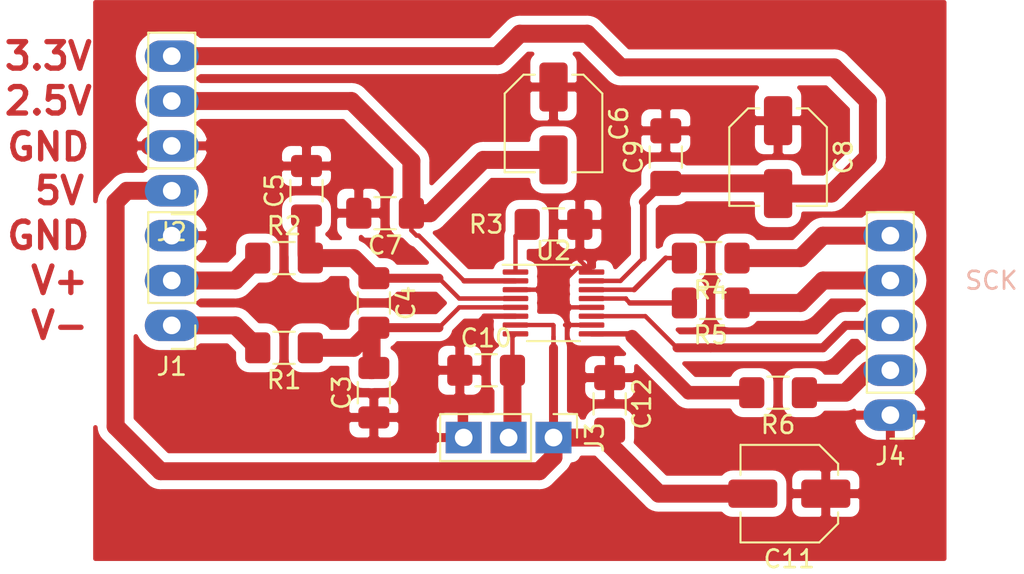
<source format=kicad_pcb>
(kicad_pcb (version 20171130) (host pcbnew "(5.1.0)-1")

  (general
    (thickness 1.6)
    (drawings 12)
    (tracks 134)
    (zones 0)
    (modules 21)
    (nets 2)
  )

  (page A4)
  (layers
    (0 F.Cu signal)
    (31 B.Cu signal hide)
    (32 B.Adhes user)
    (33 F.Adhes user)
    (34 B.Paste user)
    (35 F.Paste user)
    (36 B.SilkS user)
    (37 F.SilkS user)
    (38 B.Mask user)
    (39 F.Mask user)
    (40 Dwgs.User user)
    (41 Cmts.User user)
    (42 Eco1.User user)
    (43 Eco2.User user)
    (44 Edge.Cuts user)
    (45 Margin user)
    (46 B.CrtYd user)
    (47 F.CrtYd user)
    (48 B.Fab user)
    (49 F.Fab user)
  )

  (setup
    (last_trace_width 0.25)
    (user_trace_width 0.2)
    (user_trace_width 0.3)
    (user_trace_width 0.4)
    (user_trace_width 0.5)
    (user_trace_width 0.75)
    (user_trace_width 1)
    (user_trace_width 1.5)
    (trace_clearance 0.2)
    (zone_clearance 0.508)
    (zone_45_only no)
    (trace_min 0.2)
    (via_size 0.8)
    (via_drill 0.4)
    (via_min_size 0.65)
    (via_min_drill 0.3)
    (user_via 0.65 0.3)
    (uvia_size 0.3)
    (uvia_drill 0.1)
    (uvias_allowed no)
    (uvia_min_size 0.2)
    (uvia_min_drill 0.1)
    (edge_width 0.15)
    (segment_width 0.5)
    (pcb_text_width 0.3)
    (pcb_text_size 1.5 1.5)
    (mod_edge_width 0.15)
    (mod_text_size 0.8 0.8)
    (mod_text_width 0.12)
    (pad_size 1.778 2.032)
    (pad_drill 1)
    (pad_to_mask_clearance 0.051)
    (solder_mask_min_width 0.25)
    (aux_axis_origin 0 0)
    (visible_elements 7FFFFFFF)
    (pcbplotparams
      (layerselection 0x010fc_ffffffff)
      (usegerberextensions false)
      (usegerberattributes false)
      (usegerberadvancedattributes false)
      (creategerberjobfile false)
      (excludeedgelayer true)
      (linewidth 0.100000)
      (plotframeref false)
      (viasonmask false)
      (mode 1)
      (useauxorigin false)
      (hpglpennumber 1)
      (hpglpenspeed 20)
      (hpglpendiameter 15.000000)
      (psnegative false)
      (psa4output false)
      (plotreference true)
      (plotvalue true)
      (plotinvisibletext false)
      (padsonsilk false)
      (subtractmaskfromsilk false)
      (outputformat 1)
      (mirror false)
      (drillshape 1)
      (scaleselection 1)
      (outputdirectory ""))
  )

  (net 0 "")
  (net 1 GND)

  (net_class Default "Esta es la clase de red por defecto."
    (clearance 0.2)
    (trace_width 0.25)
    (via_dia 0.8)
    (via_drill 0.4)
    (uvia_dia 0.3)
    (uvia_drill 0.1)
    (add_net GND)
  )

  (net_class Class-5 ""
    (clearance 0.2)
    (trace_width 0.2)
    (via_dia 0.65)
    (via_drill 0.3)
    (uvia_dia 0.3)
    (uvia_drill 0.1)
  )

  (module Resistor_SMD:R_1206_3216Metric_Pad1.42x1.75mm_HandSolder (layer F.Cu) (tedit 5B301BBD) (tstamp 5CA61B9F)
    (at 175.26 -88.9 180)
    (descr "Resistor SMD 1206 (3216 Metric), square (rectangular) end terminal, IPC_7351 nominal with elongated pad for handsoldering. (Body size source: http://www.tortai-tech.com/upload/download/2011102023233369053.pdf), generated with kicad-footprint-generator")
    (tags "resistor handsolder")
    (path /5CA5C7FE)
    (attr smd)
    (fp_text reference R4 (at 0 -1.82 180) (layer F.SilkS)
      (effects (font (size 1 1) (thickness 0.15)))
    )
    (fp_text value 33 (at 0 1.82 180) (layer F.Fab)
      (effects (font (size 1 1) (thickness 0.15)))
    )
    (fp_line (start -1.6 0.8) (end -1.6 -0.8) (layer F.Fab) (width 0.1))
    (fp_line (start -1.6 -0.8) (end 1.6 -0.8) (layer F.Fab) (width 0.1))
    (fp_line (start 1.6 -0.8) (end 1.6 0.8) (layer F.Fab) (width 0.1))
    (fp_line (start 1.6 0.8) (end -1.6 0.8) (layer F.Fab) (width 0.1))
    (fp_line (start -0.602064 -0.91) (end 0.602064 -0.91) (layer F.SilkS) (width 0.12))
    (fp_line (start -0.602064 0.91) (end 0.602064 0.91) (layer F.SilkS) (width 0.12))
    (fp_line (start -2.45 1.12) (end -2.45 -1.12) (layer F.CrtYd) (width 0.05))
    (fp_line (start -2.45 -1.12) (end 2.45 -1.12) (layer F.CrtYd) (width 0.05))
    (fp_line (start 2.45 -1.12) (end 2.45 1.12) (layer F.CrtYd) (width 0.05))
    (fp_line (start 2.45 1.12) (end -2.45 1.12) (layer F.CrtYd) (width 0.05))
    (fp_text user %R (at 0 0 180) (layer F.Fab)
      (effects (font (size 0.8 0.8) (thickness 0.12)))
    )
    (pad 1 smd roundrect (at -1.4875 0 180) (size 1.425 1.75) (layers F.Cu F.Paste F.Mask) (roundrect_rratio 0.175439))
    (pad 2 smd roundrect (at 1.4875 0 180) (size 1.425 1.75) (layers F.Cu F.Paste F.Mask) (roundrect_rratio 0.175439))
    (model ${KISYS3DMOD}/Resistor_SMD.3dshapes/R_1206_3216Metric.wrl
      (at (xyz 0 0 0))
      (scale (xyz 1 1 1))
      (rotate (xyz 0 0 0))
    )
  )

  (module Resistor_SMD:R_1206_3216Metric_Pad1.42x1.75mm_HandSolder (layer F.Cu) (tedit 5B301BBD) (tstamp 5CA61B8F)
    (at 151.13 -88.9)
    (descr "Resistor SMD 1206 (3216 Metric), square (rectangular) end terminal, IPC_7351 nominal with elongated pad for handsoldering. (Body size source: http://www.tortai-tech.com/upload/download/2011102023233369053.pdf), generated with kicad-footprint-generator")
    (tags "resistor handsolder")
    (path /5CA4432B)
    (attr smd)
    (fp_text reference R2 (at 0 -1.82) (layer F.SilkS)
      (effects (font (size 1 1) (thickness 0.15)))
    )
    (fp_text value 10 (at 0 1.82) (layer F.Fab)
      (effects (font (size 1 1) (thickness 0.15)))
    )
    (fp_text user %R (at 0 0) (layer F.Fab)
      (effects (font (size 0.8 0.8) (thickness 0.12)))
    )
    (fp_line (start 2.45 1.12) (end -2.45 1.12) (layer F.CrtYd) (width 0.05))
    (fp_line (start 2.45 -1.12) (end 2.45 1.12) (layer F.CrtYd) (width 0.05))
    (fp_line (start -2.45 -1.12) (end 2.45 -1.12) (layer F.CrtYd) (width 0.05))
    (fp_line (start -2.45 1.12) (end -2.45 -1.12) (layer F.CrtYd) (width 0.05))
    (fp_line (start -0.602064 0.91) (end 0.602064 0.91) (layer F.SilkS) (width 0.12))
    (fp_line (start -0.602064 -0.91) (end 0.602064 -0.91) (layer F.SilkS) (width 0.12))
    (fp_line (start 1.6 0.8) (end -1.6 0.8) (layer F.Fab) (width 0.1))
    (fp_line (start 1.6 -0.8) (end 1.6 0.8) (layer F.Fab) (width 0.1))
    (fp_line (start -1.6 -0.8) (end 1.6 -0.8) (layer F.Fab) (width 0.1))
    (fp_line (start -1.6 0.8) (end -1.6 -0.8) (layer F.Fab) (width 0.1))
    (pad 2 smd roundrect (at 1.4875 0) (size 1.425 1.75) (layers F.Cu F.Paste F.Mask) (roundrect_rratio 0.175439))
    (pad 1 smd roundrect (at -1.4875 0) (size 1.425 1.75) (layers F.Cu F.Paste F.Mask) (roundrect_rratio 0.175439))
    (model ${KISYS3DMOD}/Resistor_SMD.3dshapes/R_1206_3216Metric.wrl
      (at (xyz 0 0 0))
      (scale (xyz 1 1 1))
      (rotate (xyz 0 0 0))
    )
  )

  (module Resistor_SMD:R_1206_3216Metric_Pad1.42x1.75mm_HandSolder (layer F.Cu) (tedit 5B301BBD) (tstamp 5CA61B7F)
    (at 151.13 -83.82 180)
    (descr "Resistor SMD 1206 (3216 Metric), square (rectangular) end terminal, IPC_7351 nominal with elongated pad for handsoldering. (Body size source: http://www.tortai-tech.com/upload/download/2011102023233369053.pdf), generated with kicad-footprint-generator")
    (tags "resistor handsolder")
    (path /5CA442B0)
    (attr smd)
    (fp_text reference R1 (at 0 -1.82 180) (layer F.SilkS)
      (effects (font (size 1 1) (thickness 0.15)))
    )
    (fp_text value 10 (at 0 1.82 180) (layer F.Fab)
      (effects (font (size 1 1) (thickness 0.15)))
    )
    (fp_line (start -1.6 0.8) (end -1.6 -0.8) (layer F.Fab) (width 0.1))
    (fp_line (start -1.6 -0.8) (end 1.6 -0.8) (layer F.Fab) (width 0.1))
    (fp_line (start 1.6 -0.8) (end 1.6 0.8) (layer F.Fab) (width 0.1))
    (fp_line (start 1.6 0.8) (end -1.6 0.8) (layer F.Fab) (width 0.1))
    (fp_line (start -0.602064 -0.91) (end 0.602064 -0.91) (layer F.SilkS) (width 0.12))
    (fp_line (start -0.602064 0.91) (end 0.602064 0.91) (layer F.SilkS) (width 0.12))
    (fp_line (start -2.45 1.12) (end -2.45 -1.12) (layer F.CrtYd) (width 0.05))
    (fp_line (start -2.45 -1.12) (end 2.45 -1.12) (layer F.CrtYd) (width 0.05))
    (fp_line (start 2.45 -1.12) (end 2.45 1.12) (layer F.CrtYd) (width 0.05))
    (fp_line (start 2.45 1.12) (end -2.45 1.12) (layer F.CrtYd) (width 0.05))
    (fp_text user %R (at 0 0 180) (layer F.Fab)
      (effects (font (size 0.8 0.8) (thickness 0.12)))
    )
    (pad 1 smd roundrect (at -1.4875 0 180) (size 1.425 1.75) (layers F.Cu F.Paste F.Mask) (roundrect_rratio 0.175439))
    (pad 2 smd roundrect (at 1.4875 0 180) (size 1.425 1.75) (layers F.Cu F.Paste F.Mask) (roundrect_rratio 0.175439))
    (model ${KISYS3DMOD}/Resistor_SMD.3dshapes/R_1206_3216Metric.wrl
      (at (xyz 0 0 0))
      (scale (xyz 1 1 1))
      (rotate (xyz 0 0 0))
    )
  )

  (module Capacitor_SMD:C_1206_3216Metric_Pad1.42x1.75mm_HandSolder (layer F.Cu) (tedit 5B301BBE) (tstamp 5CA61B6F)
    (at 162.56 -82.55)
    (descr "Capacitor SMD 1206 (3216 Metric), square (rectangular) end terminal, IPC_7351 nominal with elongated pad for handsoldering. (Body size source: http://www.tortai-tech.com/upload/download/2011102023233369053.pdf), generated with kicad-footprint-generator")
    (tags "capacitor handsolder")
    (path /5CA4433E)
    (attr smd)
    (fp_text reference C10 (at 0 -1.82) (layer F.SilkS)
      (effects (font (size 1 1) (thickness 0.15)))
    )
    (fp_text value 100nF/16V (at 0 1.82) (layer F.Fab)
      (effects (font (size 1 1) (thickness 0.15)))
    )
    (fp_text user %R (at 0 0) (layer F.Fab)
      (effects (font (size 0.8 0.8) (thickness 0.12)))
    )
    (fp_line (start 2.45 1.12) (end -2.45 1.12) (layer F.CrtYd) (width 0.05))
    (fp_line (start 2.45 -1.12) (end 2.45 1.12) (layer F.CrtYd) (width 0.05))
    (fp_line (start -2.45 -1.12) (end 2.45 -1.12) (layer F.CrtYd) (width 0.05))
    (fp_line (start -2.45 1.12) (end -2.45 -1.12) (layer F.CrtYd) (width 0.05))
    (fp_line (start -0.602064 0.91) (end 0.602064 0.91) (layer F.SilkS) (width 0.12))
    (fp_line (start -0.602064 -0.91) (end 0.602064 -0.91) (layer F.SilkS) (width 0.12))
    (fp_line (start 1.6 0.8) (end -1.6 0.8) (layer F.Fab) (width 0.1))
    (fp_line (start 1.6 -0.8) (end 1.6 0.8) (layer F.Fab) (width 0.1))
    (fp_line (start -1.6 -0.8) (end 1.6 -0.8) (layer F.Fab) (width 0.1))
    (fp_line (start -1.6 0.8) (end -1.6 -0.8) (layer F.Fab) (width 0.1))
    (pad 2 smd roundrect (at 1.4875 0) (size 1.425 1.75) (layers F.Cu F.Paste F.Mask) (roundrect_rratio 0.175439))
    (pad 1 smd roundrect (at -1.4875 0) (size 1.425 1.75) (layers F.Cu F.Paste F.Mask) (roundrect_rratio 0.175439))
    (model ${KISYS3DMOD}/Capacitor_SMD.3dshapes/C_1206_3216Metric.wrl
      (at (xyz 0 0 0))
      (scale (xyz 1 1 1))
      (rotate (xyz 0 0 0))
    )
  )

  (module Capacitor_SMD:C_1206_3216Metric (layer F.Cu) (tedit 5B301BBE) (tstamp 5CA61B5F)
    (at 156.21 -81.28 90)
    (descr "Capacitor SMD 1206 (3216 Metric), square (rectangular) end terminal, IPC_7351 nominal, (Body size source: http://www.tortai-tech.com/upload/download/2011102023233369053.pdf), generated with kicad-footprint-generator")
    (tags capacitor)
    (path /5CA44385)
    (attr smd)
    (fp_text reference C3 (at 0 -1.82 90) (layer F.SilkS)
      (effects (font (size 1 1) (thickness 0.15)))
    )
    (fp_text value "6.8nF/100V COG" (at 0 1.82 90) (layer F.Fab)
      (effects (font (size 1 1) (thickness 0.15)))
    )
    (fp_text user %R (at 0 0 90) (layer F.Fab)
      (effects (font (size 0.8 0.8) (thickness 0.12)))
    )
    (fp_line (start 2.28 1.12) (end -2.28 1.12) (layer F.CrtYd) (width 0.05))
    (fp_line (start 2.28 -1.12) (end 2.28 1.12) (layer F.CrtYd) (width 0.05))
    (fp_line (start -2.28 -1.12) (end 2.28 -1.12) (layer F.CrtYd) (width 0.05))
    (fp_line (start -2.28 1.12) (end -2.28 -1.12) (layer F.CrtYd) (width 0.05))
    (fp_line (start -0.602064 0.91) (end 0.602064 0.91) (layer F.SilkS) (width 0.12))
    (fp_line (start -0.602064 -0.91) (end 0.602064 -0.91) (layer F.SilkS) (width 0.12))
    (fp_line (start 1.6 0.8) (end -1.6 0.8) (layer F.Fab) (width 0.1))
    (fp_line (start 1.6 -0.8) (end 1.6 0.8) (layer F.Fab) (width 0.1))
    (fp_line (start -1.6 -0.8) (end 1.6 -0.8) (layer F.Fab) (width 0.1))
    (fp_line (start -1.6 0.8) (end -1.6 -0.8) (layer F.Fab) (width 0.1))
    (pad 2 smd roundrect (at 1.4 0 90) (size 1.25 1.75) (layers F.Cu F.Paste F.Mask) (roundrect_rratio 0.2))
    (pad 1 smd roundrect (at -1.4 0 90) (size 1.25 1.75) (layers F.Cu F.Paste F.Mask) (roundrect_rratio 0.2))
    (model ${KISYS3DMOD}/Capacitor_SMD.3dshapes/C_1206_3216Metric.wrl
      (at (xyz 0 0 0))
      (scale (xyz 1 1 1))
      (rotate (xyz 0 0 0))
    )
  )

  (module Capacitor_SMD:C_1206_3216Metric_Pad1.42x1.75mm_HandSolder (layer F.Cu) (tedit 5B301BBE) (tstamp 5CA61B4F)
    (at 156.845 -91.44 180)
    (descr "Capacitor SMD 1206 (3216 Metric), square (rectangular) end terminal, IPC_7351 nominal with elongated pad for handsoldering. (Body size source: http://www.tortai-tech.com/upload/download/2011102023233369053.pdf), generated with kicad-footprint-generator")
    (tags "capacitor handsolder")
    (path /5CA442D3)
    (attr smd)
    (fp_text reference C7 (at 0 -1.82 180) (layer F.SilkS)
      (effects (font (size 1 1) (thickness 0.15)))
    )
    (fp_text value 100nF/16V (at 0 1.82 180) (layer F.Fab)
      (effects (font (size 1 1) (thickness 0.15)))
    )
    (fp_line (start -1.6 0.8) (end -1.6 -0.8) (layer F.Fab) (width 0.1))
    (fp_line (start -1.6 -0.8) (end 1.6 -0.8) (layer F.Fab) (width 0.1))
    (fp_line (start 1.6 -0.8) (end 1.6 0.8) (layer F.Fab) (width 0.1))
    (fp_line (start 1.6 0.8) (end -1.6 0.8) (layer F.Fab) (width 0.1))
    (fp_line (start -0.602064 -0.91) (end 0.602064 -0.91) (layer F.SilkS) (width 0.12))
    (fp_line (start -0.602064 0.91) (end 0.602064 0.91) (layer F.SilkS) (width 0.12))
    (fp_line (start -2.45 1.12) (end -2.45 -1.12) (layer F.CrtYd) (width 0.05))
    (fp_line (start -2.45 -1.12) (end 2.45 -1.12) (layer F.CrtYd) (width 0.05))
    (fp_line (start 2.45 -1.12) (end 2.45 1.12) (layer F.CrtYd) (width 0.05))
    (fp_line (start 2.45 1.12) (end -2.45 1.12) (layer F.CrtYd) (width 0.05))
    (fp_text user %R (at 0 0 180) (layer F.Fab)
      (effects (font (size 0.8 0.8) (thickness 0.12)))
    )
    (pad 1 smd roundrect (at -1.4875 0 180) (size 1.425 1.75) (layers F.Cu F.Paste F.Mask) (roundrect_rratio 0.175439))
    (pad 2 smd roundrect (at 1.4875 0 180) (size 1.425 1.75) (layers F.Cu F.Paste F.Mask) (roundrect_rratio 0.175439))
    (model ${KISYS3DMOD}/Capacitor_SMD.3dshapes/C_1206_3216Metric.wrl
      (at (xyz 0 0 0))
      (scale (xyz 1 1 1))
      (rotate (xyz 0 0 0))
    )
  )

  (module Capacitor_SMD:C_Elec_5x5.8 (layer F.Cu) (tedit 5BC8D926) (tstamp 5CA61B2C)
    (at 166.37 -96.52 270)
    (descr "SMD capacitor, aluminum electrolytic nonpolar, 5.0x5.8mm")
    (tags "capacitor electrolyic nonpolar")
    (path /5CA44356)
    (attr smd)
    (fp_text reference C6 (at 0 -3.7 270) (layer F.SilkS)
      (effects (font (size 1 1) (thickness 0.15)))
    )
    (fp_text value 10uF/6.3V (at 0 3.7 270) (layer F.Fab)
      (effects (font (size 1 1) (thickness 0.15)))
    )
    (fp_text user %R (at 0 0 270) (layer F.Fab)
      (effects (font (size 1 1) (thickness 0.15)))
    )
    (fp_line (start -3.7 1.05) (end -2.9 1.05) (layer F.CrtYd) (width 0.05))
    (fp_line (start -3.7 -1.05) (end -3.7 1.05) (layer F.CrtYd) (width 0.05))
    (fp_line (start -2.9 -1.05) (end -3.7 -1.05) (layer F.CrtYd) (width 0.05))
    (fp_line (start -2.9 1.05) (end -2.9 1.75) (layer F.CrtYd) (width 0.05))
    (fp_line (start -2.9 -1.75) (end -2.9 -1.05) (layer F.CrtYd) (width 0.05))
    (fp_line (start -2.9 -1.75) (end -1.75 -2.9) (layer F.CrtYd) (width 0.05))
    (fp_line (start -2.9 1.75) (end -1.75 2.9) (layer F.CrtYd) (width 0.05))
    (fp_line (start -1.75 -2.9) (end 2.9 -2.9) (layer F.CrtYd) (width 0.05))
    (fp_line (start -1.75 2.9) (end 2.9 2.9) (layer F.CrtYd) (width 0.05))
    (fp_line (start 2.9 1.05) (end 2.9 2.9) (layer F.CrtYd) (width 0.05))
    (fp_line (start 3.7 1.05) (end 2.9 1.05) (layer F.CrtYd) (width 0.05))
    (fp_line (start 3.7 -1.05) (end 3.7 1.05) (layer F.CrtYd) (width 0.05))
    (fp_line (start 2.9 -1.05) (end 3.7 -1.05) (layer F.CrtYd) (width 0.05))
    (fp_line (start 2.9 -2.9) (end 2.9 -1.05) (layer F.CrtYd) (width 0.05))
    (fp_line (start -2.76 1.695563) (end -1.695563 2.76) (layer F.SilkS) (width 0.12))
    (fp_line (start -2.76 -1.695563) (end -1.695563 -2.76) (layer F.SilkS) (width 0.12))
    (fp_line (start -2.76 -1.695563) (end -2.76 -1.06) (layer F.SilkS) (width 0.12))
    (fp_line (start -2.76 1.695563) (end -2.76 1.06) (layer F.SilkS) (width 0.12))
    (fp_line (start -1.695563 2.76) (end 2.76 2.76) (layer F.SilkS) (width 0.12))
    (fp_line (start -1.695563 -2.76) (end 2.76 -2.76) (layer F.SilkS) (width 0.12))
    (fp_line (start 2.76 -2.76) (end 2.76 -1.06) (layer F.SilkS) (width 0.12))
    (fp_line (start 2.76 2.76) (end 2.76 1.06) (layer F.SilkS) (width 0.12))
    (fp_line (start -2.65 1.65) (end -1.65 2.65) (layer F.Fab) (width 0.1))
    (fp_line (start -2.65 -1.65) (end -1.65 -2.65) (layer F.Fab) (width 0.1))
    (fp_line (start -2.65 -1.65) (end -2.65 1.65) (layer F.Fab) (width 0.1))
    (fp_line (start -1.65 2.65) (end 2.65 2.65) (layer F.Fab) (width 0.1))
    (fp_line (start -1.65 -2.65) (end 2.65 -2.65) (layer F.Fab) (width 0.1))
    (fp_line (start 2.65 -2.65) (end 2.65 2.65) (layer F.Fab) (width 0.1))
    (fp_circle (center 0 0) (end 2.5 0) (layer F.Fab) (width 0.1))
    (pad 2 smd roundrect (at 2.0625 0 270) (size 2.775 1.6) (layers F.Cu F.Paste F.Mask) (roundrect_rratio 0.15625))
    (pad 1 smd roundrect (at -2.0625 0 270) (size 2.775 1.6) (layers F.Cu F.Paste F.Mask) (roundrect_rratio 0.15625))
    (model ${KISYS3DMOD}/Capacitor_SMD.3dshapes/C_Elec_5x5.8.wrl
      (at (xyz 0 0 0))
      (scale (xyz 1 1 1))
      (rotate (xyz 0 0 0))
    )
  )

  (module Capacitor_SMD:C_1206_3216Metric (layer F.Cu) (tedit 5B301BBE) (tstamp 5CA61B1C)
    (at 152.4 -92.71 90)
    (descr "Capacitor SMD 1206 (3216 Metric), square (rectangular) end terminal, IPC_7351 nominal, (Body size source: http://www.tortai-tech.com/upload/download/2011102023233369053.pdf), generated with kicad-footprint-generator")
    (tags capacitor)
    (path /5CA4438E)
    (attr smd)
    (fp_text reference C5 (at 0 -1.82 90) (layer F.SilkS)
      (effects (font (size 1 1) (thickness 0.15)))
    )
    (fp_text value "6.8nF/100V COG" (at 0 1.82 90) (layer F.Fab)
      (effects (font (size 1 1) (thickness 0.15)))
    )
    (fp_line (start -1.6 0.8) (end -1.6 -0.8) (layer F.Fab) (width 0.1))
    (fp_line (start -1.6 -0.8) (end 1.6 -0.8) (layer F.Fab) (width 0.1))
    (fp_line (start 1.6 -0.8) (end 1.6 0.8) (layer F.Fab) (width 0.1))
    (fp_line (start 1.6 0.8) (end -1.6 0.8) (layer F.Fab) (width 0.1))
    (fp_line (start -0.602064 -0.91) (end 0.602064 -0.91) (layer F.SilkS) (width 0.12))
    (fp_line (start -0.602064 0.91) (end 0.602064 0.91) (layer F.SilkS) (width 0.12))
    (fp_line (start -2.28 1.12) (end -2.28 -1.12) (layer F.CrtYd) (width 0.05))
    (fp_line (start -2.28 -1.12) (end 2.28 -1.12) (layer F.CrtYd) (width 0.05))
    (fp_line (start 2.28 -1.12) (end 2.28 1.12) (layer F.CrtYd) (width 0.05))
    (fp_line (start 2.28 1.12) (end -2.28 1.12) (layer F.CrtYd) (width 0.05))
    (fp_text user %R (at 0 0 90) (layer F.Fab)
      (effects (font (size 0.8 0.8) (thickness 0.12)))
    )
    (pad 1 smd roundrect (at -1.4 0 90) (size 1.25 1.75) (layers F.Cu F.Paste F.Mask) (roundrect_rratio 0.2))
    (pad 2 smd roundrect (at 1.4 0 90) (size 1.25 1.75) (layers F.Cu F.Paste F.Mask) (roundrect_rratio 0.2))
    (model ${KISYS3DMOD}/Capacitor_SMD.3dshapes/C_1206_3216Metric.wrl
      (at (xyz 0 0 0))
      (scale (xyz 1 1 1))
      (rotate (xyz 0 0 0))
    )
  )

  (module Resistor_SMD:R_1206_3216Metric_Pad1.42x1.75mm_HandSolder (layer F.Cu) (tedit 5B301BBD) (tstamp 5CA61B0C)
    (at 166.37 -90.805 180)
    (descr "Resistor SMD 1206 (3216 Metric), square (rectangular) end terminal, IPC_7351 nominal with elongated pad for handsoldering. (Body size source: http://www.tortai-tech.com/upload/download/2011102023233369053.pdf), generated with kicad-footprint-generator")
    (tags "resistor handsolder")
    (path /5CA44438)
    (attr smd)
    (fp_text reference R3 (at 3.81 0 180) (layer F.SilkS)
      (effects (font (size 1 1) (thickness 0.15)))
    )
    (fp_text value 1k (at 0 1.82 180) (layer F.Fab)
      (effects (font (size 1 1) (thickness 0.15)))
    )
    (fp_text user %R (at 0 0 180) (layer F.Fab)
      (effects (font (size 0.8 0.8) (thickness 0.12)))
    )
    (fp_line (start 2.45 1.12) (end -2.45 1.12) (layer F.CrtYd) (width 0.05))
    (fp_line (start 2.45 -1.12) (end 2.45 1.12) (layer F.CrtYd) (width 0.05))
    (fp_line (start -2.45 -1.12) (end 2.45 -1.12) (layer F.CrtYd) (width 0.05))
    (fp_line (start -2.45 1.12) (end -2.45 -1.12) (layer F.CrtYd) (width 0.05))
    (fp_line (start -0.602064 0.91) (end 0.602064 0.91) (layer F.SilkS) (width 0.12))
    (fp_line (start -0.602064 -0.91) (end 0.602064 -0.91) (layer F.SilkS) (width 0.12))
    (fp_line (start 1.6 0.8) (end -1.6 0.8) (layer F.Fab) (width 0.1))
    (fp_line (start 1.6 -0.8) (end 1.6 0.8) (layer F.Fab) (width 0.1))
    (fp_line (start -1.6 -0.8) (end 1.6 -0.8) (layer F.Fab) (width 0.1))
    (fp_line (start -1.6 0.8) (end -1.6 -0.8) (layer F.Fab) (width 0.1))
    (pad 2 smd roundrect (at 1.4875 0 180) (size 1.425 1.75) (layers F.Cu F.Paste F.Mask) (roundrect_rratio 0.175439))
    (pad 1 smd roundrect (at -1.4875 0 180) (size 1.425 1.75) (layers F.Cu F.Paste F.Mask) (roundrect_rratio 0.175439))
    (model ${KISYS3DMOD}/Resistor_SMD.3dshapes/R_1206_3216Metric.wrl
      (at (xyz 0 0 0))
      (scale (xyz 1 1 1))
      (rotate (xyz 0 0 0))
    )
  )

  (module Capacitor_SMD:C_1206_3216Metric (layer F.Cu) (tedit 5B301BBE) (tstamp 5CA61AFC)
    (at 156.21 -86.36 270)
    (descr "Capacitor SMD 1206 (3216 Metric), square (rectangular) end terminal, IPC_7351 nominal, (Body size source: http://www.tortai-tech.com/upload/download/2011102023233369053.pdf), generated with kicad-footprint-generator")
    (tags capacitor)
    (path /5CA442BF)
    (attr smd)
    (fp_text reference C4 (at 0 -1.82 270) (layer F.SilkS)
      (effects (font (size 1 1) (thickness 0.15)))
    )
    (fp_text value "3.3nF/100V COG" (at 0 1.82 270) (layer F.Fab)
      (effects (font (size 1 1) (thickness 0.15)))
    )
    (fp_text user %R (at 0 0 270) (layer F.Fab)
      (effects (font (size 0.8 0.8) (thickness 0.12)))
    )
    (fp_line (start 2.28 1.12) (end -2.28 1.12) (layer F.CrtYd) (width 0.05))
    (fp_line (start 2.28 -1.12) (end 2.28 1.12) (layer F.CrtYd) (width 0.05))
    (fp_line (start -2.28 -1.12) (end 2.28 -1.12) (layer F.CrtYd) (width 0.05))
    (fp_line (start -2.28 1.12) (end -2.28 -1.12) (layer F.CrtYd) (width 0.05))
    (fp_line (start -0.602064 0.91) (end 0.602064 0.91) (layer F.SilkS) (width 0.12))
    (fp_line (start -0.602064 -0.91) (end 0.602064 -0.91) (layer F.SilkS) (width 0.12))
    (fp_line (start 1.6 0.8) (end -1.6 0.8) (layer F.Fab) (width 0.1))
    (fp_line (start 1.6 -0.8) (end 1.6 0.8) (layer F.Fab) (width 0.1))
    (fp_line (start -1.6 -0.8) (end 1.6 -0.8) (layer F.Fab) (width 0.1))
    (fp_line (start -1.6 0.8) (end -1.6 -0.8) (layer F.Fab) (width 0.1))
    (pad 2 smd roundrect (at 1.4 0 270) (size 1.25 1.75) (layers F.Cu F.Paste F.Mask) (roundrect_rratio 0.2))
    (pad 1 smd roundrect (at -1.4 0 270) (size 1.25 1.75) (layers F.Cu F.Paste F.Mask) (roundrect_rratio 0.2))
    (model ${KISYS3DMOD}/Capacitor_SMD.3dshapes/C_1206_3216Metric.wrl
      (at (xyz 0 0 0))
      (scale (xyz 1 1 1))
      (rotate (xyz 0 0 0))
    )
  )

  (module Capacitor_SMD:C_Elec_5x5.8 (layer F.Cu) (tedit 5BC8D926) (tstamp 5CA61AD9)
    (at 179.705 -75.565 180)
    (descr "SMD capacitor, aluminum electrolytic nonpolar, 5.0x5.8mm")
    (tags "capacitor electrolyic nonpolar")
    (path /5CA442CA)
    (attr smd)
    (fp_text reference C11 (at 0 -3.7 180) (layer F.SilkS)
      (effects (font (size 1 1) (thickness 0.15)))
    )
    (fp_text value 47uF/6.3V (at 0 3.7 180) (layer F.Fab)
      (effects (font (size 1 1) (thickness 0.15)))
    )
    (fp_text user %R (at 0 0 180) (layer F.Fab)
      (effects (font (size 1 1) (thickness 0.15)))
    )
    (fp_line (start -3.7 1.05) (end -2.9 1.05) (layer F.CrtYd) (width 0.05))
    (fp_line (start -3.7 -1.05) (end -3.7 1.05) (layer F.CrtYd) (width 0.05))
    (fp_line (start -2.9 -1.05) (end -3.7 -1.05) (layer F.CrtYd) (width 0.05))
    (fp_line (start -2.9 1.05) (end -2.9 1.75) (layer F.CrtYd) (width 0.05))
    (fp_line (start -2.9 -1.75) (end -2.9 -1.05) (layer F.CrtYd) (width 0.05))
    (fp_line (start -2.9 -1.75) (end -1.75 -2.9) (layer F.CrtYd) (width 0.05))
    (fp_line (start -2.9 1.75) (end -1.75 2.9) (layer F.CrtYd) (width 0.05))
    (fp_line (start -1.75 -2.9) (end 2.9 -2.9) (layer F.CrtYd) (width 0.05))
    (fp_line (start -1.75 2.9) (end 2.9 2.9) (layer F.CrtYd) (width 0.05))
    (fp_line (start 2.9 1.05) (end 2.9 2.9) (layer F.CrtYd) (width 0.05))
    (fp_line (start 3.7 1.05) (end 2.9 1.05) (layer F.CrtYd) (width 0.05))
    (fp_line (start 3.7 -1.05) (end 3.7 1.05) (layer F.CrtYd) (width 0.05))
    (fp_line (start 2.9 -1.05) (end 3.7 -1.05) (layer F.CrtYd) (width 0.05))
    (fp_line (start 2.9 -2.9) (end 2.9 -1.05) (layer F.CrtYd) (width 0.05))
    (fp_line (start -2.76 1.695563) (end -1.695563 2.76) (layer F.SilkS) (width 0.12))
    (fp_line (start -2.76 -1.695563) (end -1.695563 -2.76) (layer F.SilkS) (width 0.12))
    (fp_line (start -2.76 -1.695563) (end -2.76 -1.06) (layer F.SilkS) (width 0.12))
    (fp_line (start -2.76 1.695563) (end -2.76 1.06) (layer F.SilkS) (width 0.12))
    (fp_line (start -1.695563 2.76) (end 2.76 2.76) (layer F.SilkS) (width 0.12))
    (fp_line (start -1.695563 -2.76) (end 2.76 -2.76) (layer F.SilkS) (width 0.12))
    (fp_line (start 2.76 -2.76) (end 2.76 -1.06) (layer F.SilkS) (width 0.12))
    (fp_line (start 2.76 2.76) (end 2.76 1.06) (layer F.SilkS) (width 0.12))
    (fp_line (start -2.65 1.65) (end -1.65 2.65) (layer F.Fab) (width 0.1))
    (fp_line (start -2.65 -1.65) (end -1.65 -2.65) (layer F.Fab) (width 0.1))
    (fp_line (start -2.65 -1.65) (end -2.65 1.65) (layer F.Fab) (width 0.1))
    (fp_line (start -1.65 2.65) (end 2.65 2.65) (layer F.Fab) (width 0.1))
    (fp_line (start -1.65 -2.65) (end 2.65 -2.65) (layer F.Fab) (width 0.1))
    (fp_line (start 2.65 -2.65) (end 2.65 2.65) (layer F.Fab) (width 0.1))
    (fp_circle (center 0 0) (end 2.5 0) (layer F.Fab) (width 0.1))
    (pad 2 smd roundrect (at 2.0625 0 180) (size 2.775 1.6) (layers F.Cu F.Paste F.Mask) (roundrect_rratio 0.15625))
    (pad 1 smd roundrect (at -2.0625 0 180) (size 2.775 1.6) (layers F.Cu F.Paste F.Mask) (roundrect_rratio 0.15625))
    (model ${KISYS3DMOD}/Capacitor_SMD.3dshapes/C_Elec_5x5.8.wrl
      (at (xyz 0 0 0))
      (scale (xyz 1 1 1))
      (rotate (xyz 0 0 0))
    )
  )

  (module Capacitor_SMD:C_1206_3216Metric_Pad1.42x1.75mm_HandSolder (layer F.Cu) (tedit 5B301BBE) (tstamp 5CA61AC9)
    (at 169.545 -80.645 270)
    (descr "Capacitor SMD 1206 (3216 Metric), square (rectangular) end terminal, IPC_7351 nominal with elongated pad for handsoldering. (Body size source: http://www.tortai-tech.com/upload/download/2011102023233369053.pdf), generated with kicad-footprint-generator")
    (tags "capacitor handsolder")
    (path /5CA442F2)
    (attr smd)
    (fp_text reference C12 (at 0 -1.82 270) (layer F.SilkS)
      (effects (font (size 1 1) (thickness 0.15)))
    )
    (fp_text value 100nF/16V (at 0 1.82 270) (layer F.Fab)
      (effects (font (size 1 1) (thickness 0.15)))
    )
    (fp_line (start -1.6 0.8) (end -1.6 -0.8) (layer F.Fab) (width 0.1))
    (fp_line (start -1.6 -0.8) (end 1.6 -0.8) (layer F.Fab) (width 0.1))
    (fp_line (start 1.6 -0.8) (end 1.6 0.8) (layer F.Fab) (width 0.1))
    (fp_line (start 1.6 0.8) (end -1.6 0.8) (layer F.Fab) (width 0.1))
    (fp_line (start -0.602064 -0.91) (end 0.602064 -0.91) (layer F.SilkS) (width 0.12))
    (fp_line (start -0.602064 0.91) (end 0.602064 0.91) (layer F.SilkS) (width 0.12))
    (fp_line (start -2.45 1.12) (end -2.45 -1.12) (layer F.CrtYd) (width 0.05))
    (fp_line (start -2.45 -1.12) (end 2.45 -1.12) (layer F.CrtYd) (width 0.05))
    (fp_line (start 2.45 -1.12) (end 2.45 1.12) (layer F.CrtYd) (width 0.05))
    (fp_line (start 2.45 1.12) (end -2.45 1.12) (layer F.CrtYd) (width 0.05))
    (fp_text user %R (at 0 0 270) (layer F.Fab)
      (effects (font (size 0.8 0.8) (thickness 0.12)))
    )
    (pad 1 smd roundrect (at -1.4875 0 270) (size 1.425 1.75) (layers F.Cu F.Paste F.Mask) (roundrect_rratio 0.175439))
    (pad 2 smd roundrect (at 1.4875 0 270) (size 1.425 1.75) (layers F.Cu F.Paste F.Mask) (roundrect_rratio 0.175439))
    (model ${KISYS3DMOD}/Capacitor_SMD.3dshapes/C_1206_3216Metric.wrl
      (at (xyz 0 0 0))
      (scale (xyz 1 1 1))
      (rotate (xyz 0 0 0))
    )
  )

  (module Capacitor_SMD:C_1206_3216Metric_Pad1.42x1.75mm_HandSolder (layer F.Cu) (tedit 5B301BBE) (tstamp 5CA61AB9)
    (at 172.72 -94.615 90)
    (descr "Capacitor SMD 1206 (3216 Metric), square (rectangular) end terminal, IPC_7351 nominal with elongated pad for handsoldering. (Body size source: http://www.tortai-tech.com/upload/download/2011102023233369053.pdf), generated with kicad-footprint-generator")
    (tags "capacitor handsolder")
    (path /5CA442E3)
    (attr smd)
    (fp_text reference C9 (at 0 -1.82 90) (layer F.SilkS)
      (effects (font (size 1 1) (thickness 0.15)))
    )
    (fp_text value 100nF/16V (at 0 1.82 90) (layer F.Fab)
      (effects (font (size 1 1) (thickness 0.15)))
    )
    (fp_text user %R (at 0 0 90) (layer F.Fab)
      (effects (font (size 0.8 0.8) (thickness 0.12)))
    )
    (fp_line (start 2.45 1.12) (end -2.45 1.12) (layer F.CrtYd) (width 0.05))
    (fp_line (start 2.45 -1.12) (end 2.45 1.12) (layer F.CrtYd) (width 0.05))
    (fp_line (start -2.45 -1.12) (end 2.45 -1.12) (layer F.CrtYd) (width 0.05))
    (fp_line (start -2.45 1.12) (end -2.45 -1.12) (layer F.CrtYd) (width 0.05))
    (fp_line (start -0.602064 0.91) (end 0.602064 0.91) (layer F.SilkS) (width 0.12))
    (fp_line (start -0.602064 -0.91) (end 0.602064 -0.91) (layer F.SilkS) (width 0.12))
    (fp_line (start 1.6 0.8) (end -1.6 0.8) (layer F.Fab) (width 0.1))
    (fp_line (start 1.6 -0.8) (end 1.6 0.8) (layer F.Fab) (width 0.1))
    (fp_line (start -1.6 -0.8) (end 1.6 -0.8) (layer F.Fab) (width 0.1))
    (fp_line (start -1.6 0.8) (end -1.6 -0.8) (layer F.Fab) (width 0.1))
    (pad 2 smd roundrect (at 1.4875 0 90) (size 1.425 1.75) (layers F.Cu F.Paste F.Mask) (roundrect_rratio 0.175439))
    (pad 1 smd roundrect (at -1.4875 0 90) (size 1.425 1.75) (layers F.Cu F.Paste F.Mask) (roundrect_rratio 0.175439))
    (model ${KISYS3DMOD}/Capacitor_SMD.3dshapes/C_1206_3216Metric.wrl
      (at (xyz 0 0 0))
      (scale (xyz 1 1 1))
      (rotate (xyz 0 0 0))
    )
  )

  (module Resistor_SMD:R_1206_3216Metric_Pad1.42x1.75mm_HandSolder (layer F.Cu) (tedit 5B301BBD) (tstamp 5CA61AA9)
    (at 175.26 -86.36 180)
    (descr "Resistor SMD 1206 (3216 Metric), square (rectangular) end terminal, IPC_7351 nominal with elongated pad for handsoldering. (Body size source: http://www.tortai-tech.com/upload/download/2011102023233369053.pdf), generated with kicad-footprint-generator")
    (tags "resistor handsolder")
    (path /5CA5671A)
    (attr smd)
    (fp_text reference R5 (at 0 -1.82 180) (layer F.SilkS)
      (effects (font (size 1 1) (thickness 0.15)))
    )
    (fp_text value 33 (at 0 1.82 180) (layer F.Fab)
      (effects (font (size 1 1) (thickness 0.15)))
    )
    (fp_line (start -1.6 0.8) (end -1.6 -0.8) (layer F.Fab) (width 0.1))
    (fp_line (start -1.6 -0.8) (end 1.6 -0.8) (layer F.Fab) (width 0.1))
    (fp_line (start 1.6 -0.8) (end 1.6 0.8) (layer F.Fab) (width 0.1))
    (fp_line (start 1.6 0.8) (end -1.6 0.8) (layer F.Fab) (width 0.1))
    (fp_line (start -0.602064 -0.91) (end 0.602064 -0.91) (layer F.SilkS) (width 0.12))
    (fp_line (start -0.602064 0.91) (end 0.602064 0.91) (layer F.SilkS) (width 0.12))
    (fp_line (start -2.45 1.12) (end -2.45 -1.12) (layer F.CrtYd) (width 0.05))
    (fp_line (start -2.45 -1.12) (end 2.45 -1.12) (layer F.CrtYd) (width 0.05))
    (fp_line (start 2.45 -1.12) (end 2.45 1.12) (layer F.CrtYd) (width 0.05))
    (fp_line (start 2.45 1.12) (end -2.45 1.12) (layer F.CrtYd) (width 0.05))
    (fp_text user %R (at 0 0 180) (layer F.Fab)
      (effects (font (size 0.8 0.8) (thickness 0.12)))
    )
    (pad 1 smd roundrect (at -1.4875 0 180) (size 1.425 1.75) (layers F.Cu F.Paste F.Mask) (roundrect_rratio 0.175439))
    (pad 2 smd roundrect (at 1.4875 0 180) (size 1.425 1.75) (layers F.Cu F.Paste F.Mask) (roundrect_rratio 0.175439))
    (model ${KISYS3DMOD}/Resistor_SMD.3dshapes/R_1206_3216Metric.wrl
      (at (xyz 0 0 0))
      (scale (xyz 1 1 1))
      (rotate (xyz 0 0 0))
    )
  )

  (module Capacitor_SMD:C_Elec_5x5.8 (layer F.Cu) (tedit 5BC8D926) (tstamp 5CA61A86)
    (at 179.07 -94.615 270)
    (descr "SMD capacitor, aluminum electrolytic nonpolar, 5.0x5.8mm")
    (tags "capacitor electrolyic nonpolar")
    (path /5CA4434B)
    (attr smd)
    (fp_text reference C8 (at 0 -3.7 270) (layer F.SilkS)
      (effects (font (size 1 1) (thickness 0.15)))
    )
    (fp_text value 10uF/6.3V (at 0 3.7 270) (layer F.Fab)
      (effects (font (size 1 1) (thickness 0.15)))
    )
    (fp_circle (center 0 0) (end 2.5 0) (layer F.Fab) (width 0.1))
    (fp_line (start 2.65 -2.65) (end 2.65 2.65) (layer F.Fab) (width 0.1))
    (fp_line (start -1.65 -2.65) (end 2.65 -2.65) (layer F.Fab) (width 0.1))
    (fp_line (start -1.65 2.65) (end 2.65 2.65) (layer F.Fab) (width 0.1))
    (fp_line (start -2.65 -1.65) (end -2.65 1.65) (layer F.Fab) (width 0.1))
    (fp_line (start -2.65 -1.65) (end -1.65 -2.65) (layer F.Fab) (width 0.1))
    (fp_line (start -2.65 1.65) (end -1.65 2.65) (layer F.Fab) (width 0.1))
    (fp_line (start 2.76 2.76) (end 2.76 1.06) (layer F.SilkS) (width 0.12))
    (fp_line (start 2.76 -2.76) (end 2.76 -1.06) (layer F.SilkS) (width 0.12))
    (fp_line (start -1.695563 -2.76) (end 2.76 -2.76) (layer F.SilkS) (width 0.12))
    (fp_line (start -1.695563 2.76) (end 2.76 2.76) (layer F.SilkS) (width 0.12))
    (fp_line (start -2.76 1.695563) (end -2.76 1.06) (layer F.SilkS) (width 0.12))
    (fp_line (start -2.76 -1.695563) (end -2.76 -1.06) (layer F.SilkS) (width 0.12))
    (fp_line (start -2.76 -1.695563) (end -1.695563 -2.76) (layer F.SilkS) (width 0.12))
    (fp_line (start -2.76 1.695563) (end -1.695563 2.76) (layer F.SilkS) (width 0.12))
    (fp_line (start 2.9 -2.9) (end 2.9 -1.05) (layer F.CrtYd) (width 0.05))
    (fp_line (start 2.9 -1.05) (end 3.7 -1.05) (layer F.CrtYd) (width 0.05))
    (fp_line (start 3.7 -1.05) (end 3.7 1.05) (layer F.CrtYd) (width 0.05))
    (fp_line (start 3.7 1.05) (end 2.9 1.05) (layer F.CrtYd) (width 0.05))
    (fp_line (start 2.9 1.05) (end 2.9 2.9) (layer F.CrtYd) (width 0.05))
    (fp_line (start -1.75 2.9) (end 2.9 2.9) (layer F.CrtYd) (width 0.05))
    (fp_line (start -1.75 -2.9) (end 2.9 -2.9) (layer F.CrtYd) (width 0.05))
    (fp_line (start -2.9 1.75) (end -1.75 2.9) (layer F.CrtYd) (width 0.05))
    (fp_line (start -2.9 -1.75) (end -1.75 -2.9) (layer F.CrtYd) (width 0.05))
    (fp_line (start -2.9 -1.75) (end -2.9 -1.05) (layer F.CrtYd) (width 0.05))
    (fp_line (start -2.9 1.05) (end -2.9 1.75) (layer F.CrtYd) (width 0.05))
    (fp_line (start -2.9 -1.05) (end -3.7 -1.05) (layer F.CrtYd) (width 0.05))
    (fp_line (start -3.7 -1.05) (end -3.7 1.05) (layer F.CrtYd) (width 0.05))
    (fp_line (start -3.7 1.05) (end -2.9 1.05) (layer F.CrtYd) (width 0.05))
    (fp_text user %R (at 0 0 270) (layer F.Fab)
      (effects (font (size 1 1) (thickness 0.15)))
    )
    (pad 1 smd roundrect (at -2.0625 0 270) (size 2.775 1.6) (layers F.Cu F.Paste F.Mask) (roundrect_rratio 0.15625))
    (pad 2 smd roundrect (at 2.0625 0 270) (size 2.775 1.6) (layers F.Cu F.Paste F.Mask) (roundrect_rratio 0.15625))
    (model ${KISYS3DMOD}/Capacitor_SMD.3dshapes/C_Elec_5x5.8.wrl
      (at (xyz 0 0 0))
      (scale (xyz 1 1 1))
      (rotate (xyz 0 0 0))
    )
  )

  (module Connector_PinHeader_2.54mm:PinHeader_1x03_P2.54mm_Vertical (layer F.Cu) (tedit 5CA5092D) (tstamp 5CA61A70)
    (at 144.78 -85.09 180)
    (descr "Through hole straight pin header, 1x03, 2.54mm pitch, single row")
    (tags "Through hole pin header THT 1x03 2.54mm single row")
    (path /5CA11B09)
    (fp_text reference J1 (at 0 -2.33 180) (layer F.SilkS)
      (effects (font (size 1 1) (thickness 0.15)))
    )
    (fp_text value Audio_In (at 0 7.41 180) (layer F.Fab)
      (effects (font (size 1 1) (thickness 0.15)))
    )
    (fp_line (start -0.635 -1.27) (end 1.27 -1.27) (layer F.Fab) (width 0.1))
    (fp_line (start 1.27 -1.27) (end 1.27 6.35) (layer F.Fab) (width 0.1))
    (fp_line (start 1.27 6.35) (end -1.27 6.35) (layer F.Fab) (width 0.1))
    (fp_line (start -1.27 6.35) (end -1.27 -0.635) (layer F.Fab) (width 0.1))
    (fp_line (start -1.27 -0.635) (end -0.635 -1.27) (layer F.Fab) (width 0.1))
    (fp_line (start -1.33 6.41) (end 1.33 6.41) (layer F.SilkS) (width 0.12))
    (fp_line (start -1.33 1.27) (end -1.33 6.41) (layer F.SilkS) (width 0.12))
    (fp_line (start 1.33 1.27) (end 1.33 6.41) (layer F.SilkS) (width 0.12))
    (fp_line (start -1.33 1.27) (end 1.33 1.27) (layer F.SilkS) (width 0.12))
    (fp_line (start -1.33 0) (end -1.33 -1.33) (layer F.SilkS) (width 0.12))
    (fp_line (start -1.33 -1.33) (end 0 -1.33) (layer F.SilkS) (width 0.12))
    (fp_line (start -1.8 -1.8) (end -1.8 6.85) (layer F.CrtYd) (width 0.05))
    (fp_line (start -1.8 6.85) (end 1.8 6.85) (layer F.CrtYd) (width 0.05))
    (fp_line (start 1.8 6.85) (end 1.8 -1.8) (layer F.CrtYd) (width 0.05))
    (fp_line (start 1.8 -1.8) (end -1.8 -1.8) (layer F.CrtYd) (width 0.05))
    (fp_text user %R (at 0 2.54 270) (layer F.Fab)
      (effects (font (size 1 1) (thickness 0.15)))
    )
    (pad 1 thru_hole oval (at 0 0 180) (size 3.048 1.778) (drill 1) (layers *.Cu *.Mask))
    (pad 2 thru_hole oval (at 0 2.54 180) (size 3.048 1.778) (drill 1) (layers *.Cu *.Mask))
    (pad 3 thru_hole oval (at 0 5.08 180) (size 3.048 1.778) (drill 1) (layers *.Cu *.Mask))
    (model ${KISYS3DMOD}/Connector_PinHeader_2.54mm.3dshapes/PinHeader_1x03_P2.54mm_Vertical.wrl
      (at (xyz 0 0 0))
      (scale (xyz 1 1 1))
      (rotate (xyz 0 0 0))
    )
  )

  (module Resistor_SMD:R_1206_3216Metric_Pad1.42x1.75mm_HandSolder (layer F.Cu) (tedit 5B301BBD) (tstamp 5CA61A60)
    (at 179.07 -81.28 180)
    (descr "Resistor SMD 1206 (3216 Metric), square (rectangular) end terminal, IPC_7351 nominal with elongated pad for handsoldering. (Body size source: http://www.tortai-tech.com/upload/download/2011102023233369053.pdf), generated with kicad-footprint-generator")
    (tags "resistor handsolder")
    (path /5CA66A08)
    (attr smd)
    (fp_text reference R6 (at 0 -1.82 180) (layer F.SilkS)
      (effects (font (size 1 1) (thickness 0.15)))
    )
    (fp_text value 33 (at 0 1.82 180) (layer F.Fab)
      (effects (font (size 1 1) (thickness 0.15)))
    )
    (fp_text user %R (at 0 0 180) (layer F.Fab)
      (effects (font (size 0.8 0.8) (thickness 0.12)))
    )
    (fp_line (start 2.45 1.12) (end -2.45 1.12) (layer F.CrtYd) (width 0.05))
    (fp_line (start 2.45 -1.12) (end 2.45 1.12) (layer F.CrtYd) (width 0.05))
    (fp_line (start -2.45 -1.12) (end 2.45 -1.12) (layer F.CrtYd) (width 0.05))
    (fp_line (start -2.45 1.12) (end -2.45 -1.12) (layer F.CrtYd) (width 0.05))
    (fp_line (start -0.602064 0.91) (end 0.602064 0.91) (layer F.SilkS) (width 0.12))
    (fp_line (start -0.602064 -0.91) (end 0.602064 -0.91) (layer F.SilkS) (width 0.12))
    (fp_line (start 1.6 0.8) (end -1.6 0.8) (layer F.Fab) (width 0.1))
    (fp_line (start 1.6 -0.8) (end 1.6 0.8) (layer F.Fab) (width 0.1))
    (fp_line (start -1.6 -0.8) (end 1.6 -0.8) (layer F.Fab) (width 0.1))
    (fp_line (start -1.6 0.8) (end -1.6 -0.8) (layer F.Fab) (width 0.1))
    (pad 2 smd roundrect (at 1.4875 0 180) (size 1.425 1.75) (layers F.Cu F.Paste F.Mask) (roundrect_rratio 0.175439))
    (pad 1 smd roundrect (at -1.4875 0 180) (size 1.425 1.75) (layers F.Cu F.Paste F.Mask) (roundrect_rratio 0.175439))
    (model ${KISYS3DMOD}/Resistor_SMD.3dshapes/R_1206_3216Metric.wrl
      (at (xyz 0 0 0))
      (scale (xyz 1 1 1))
      (rotate (xyz 0 0 0))
    )
  )

  (module Connector_PinHeader_2.54mm:PinHeader_1x04_P2.54mm_Vertical (layer F.Cu) (tedit 5CA50916) (tstamp 5CA61A49)
    (at 144.78 -92.71 180)
    (descr "Through hole straight pin header, 1x04, 2.54mm pitch, single row")
    (tags "Through hole pin header THT 1x04 2.54mm single row")
    (path /5CA23A57)
    (fp_text reference J2 (at 0 -2.33 180) (layer F.SilkS)
      (effects (font (size 1 1) (thickness 0.15)))
    )
    (fp_text value Voltages (at 0 9.95 180) (layer F.Fab)
      (effects (font (size 1 1) (thickness 0.15)))
    )
    (fp_text user %R (at 0 3.81 270) (layer F.Fab)
      (effects (font (size 1 1) (thickness 0.15)))
    )
    (fp_line (start 1.8 -1.8) (end -1.8 -1.8) (layer F.CrtYd) (width 0.05))
    (fp_line (start 1.8 9.4) (end 1.8 -1.8) (layer F.CrtYd) (width 0.05))
    (fp_line (start -1.8 9.4) (end 1.8 9.4) (layer F.CrtYd) (width 0.05))
    (fp_line (start -1.8 -1.8) (end -1.8 9.4) (layer F.CrtYd) (width 0.05))
    (fp_line (start -1.33 -1.33) (end 0 -1.33) (layer F.SilkS) (width 0.12))
    (fp_line (start -1.33 0) (end -1.33 -1.33) (layer F.SilkS) (width 0.12))
    (fp_line (start -1.33 1.27) (end 1.33 1.27) (layer F.SilkS) (width 0.12))
    (fp_line (start 1.33 1.27) (end 1.33 8.95) (layer F.SilkS) (width 0.12))
    (fp_line (start -1.33 1.27) (end -1.33 8.95) (layer F.SilkS) (width 0.12))
    (fp_line (start -1.33 8.95) (end 1.33 8.95) (layer F.SilkS) (width 0.12))
    (fp_line (start -1.27 -0.635) (end -0.635 -1.27) (layer F.Fab) (width 0.1))
    (fp_line (start -1.27 8.89) (end -1.27 -0.635) (layer F.Fab) (width 0.1))
    (fp_line (start 1.27 8.89) (end -1.27 8.89) (layer F.Fab) (width 0.1))
    (fp_line (start 1.27 -1.27) (end 1.27 8.89) (layer F.Fab) (width 0.1))
    (fp_line (start -0.635 -1.27) (end 1.27 -1.27) (layer F.Fab) (width 0.1))
    (pad 4 thru_hole oval (at 0 7.62 180) (size 3.048 1.778) (drill 1) (layers *.Cu *.Mask))
    (pad 3 thru_hole oval (at 0 5.08 180) (size 3.048 1.778) (drill 1) (layers *.Cu *.Mask))
    (pad 2 thru_hole oval (at 0 2.54 180) (size 3.048 1.778) (drill 1) (layers *.Cu *.Mask))
    (pad 1 thru_hole oval (at 0 0 180) (size 3.048 1.778) (drill 1) (layers *.Cu *.Mask))
    (model ${KISYS3DMOD}/Connector_PinHeader_2.54mm.3dshapes/PinHeader_1x04_P2.54mm_Vertical.wrl
      (at (xyz 0 0 0))
      (scale (xyz 1 1 1))
      (rotate (xyz 0 0 0))
    )
  )

  (module Package_SO:MSOP-16_3x4mm_P0.5mm (layer F.Cu) (tedit 5C59FFD2) (tstamp 5CA61A28)
    (at 166.37 -86.36)
    (descr "MSOP, 16 Pin (https://www.analog.com/media/en/technical-documentation/data-sheets/436412f.pdf#page=22), generated with kicad-footprint-generator ipc_gullwing_generator.py")
    (tags "MSOP SO")
    (path /5CA4444A)
    (attr smd)
    (fp_text reference U2 (at 0 -2.95) (layer F.SilkS)
      (effects (font (size 1 1) (thickness 0.15)))
    )
    (fp_text value LTC2380CMS-24 (at 0 2.95) (layer F.Fab)
      (effects (font (size 1 1) (thickness 0.15)))
    )
    (fp_text user %R (at 0 0) (layer F.Fab)
      (effects (font (size 0.75 0.75) (thickness 0.11)))
    )
    (fp_line (start 3.12 -2.25) (end -3.12 -2.25) (layer F.CrtYd) (width 0.05))
    (fp_line (start 3.12 2.25) (end 3.12 -2.25) (layer F.CrtYd) (width 0.05))
    (fp_line (start -3.12 2.25) (end 3.12 2.25) (layer F.CrtYd) (width 0.05))
    (fp_line (start -3.12 -2.25) (end -3.12 2.25) (layer F.CrtYd) (width 0.05))
    (fp_line (start -1.5 -1.25) (end -0.75 -2) (layer F.Fab) (width 0.1))
    (fp_line (start -1.5 2) (end -1.5 -1.25) (layer F.Fab) (width 0.1))
    (fp_line (start 1.5 2) (end -1.5 2) (layer F.Fab) (width 0.1))
    (fp_line (start 1.5 -2) (end 1.5 2) (layer F.Fab) (width 0.1))
    (fp_line (start -0.75 -2) (end 1.5 -2) (layer F.Fab) (width 0.1))
    (fp_line (start 0 -2.16) (end -2.875 -2.16) (layer F.SilkS) (width 0.12))
    (fp_line (start 0 -2.16) (end 1.5 -2.16) (layer F.SilkS) (width 0.12))
    (fp_line (start 0 2.16) (end -1.5 2.16) (layer F.SilkS) (width 0.12))
    (fp_line (start 0 2.16) (end 1.5 2.16) (layer F.SilkS) (width 0.12))
    (pad 16 smd roundrect (at 2.15 -1.75) (size 1.45 0.3) (layers F.Cu F.Paste F.Mask) (roundrect_rratio 0.25))
    (pad 15 smd roundrect (at 2.15 -1.25) (size 1.45 0.3) (layers F.Cu F.Paste F.Mask) (roundrect_rratio 0.25))
    (pad 14 smd roundrect (at 2.15 -0.75) (size 1.45 0.3) (layers F.Cu F.Paste F.Mask) (roundrect_rratio 0.25))
    (pad 13 smd roundrect (at 2.15 -0.25) (size 1.45 0.3) (layers F.Cu F.Paste F.Mask) (roundrect_rratio 0.25))
    (pad 12 smd roundrect (at 2.15 0.25) (size 1.45 0.3) (layers F.Cu F.Paste F.Mask) (roundrect_rratio 0.25))
    (pad 11 smd roundrect (at 2.15 0.75) (size 1.45 0.3) (layers F.Cu F.Paste F.Mask) (roundrect_rratio 0.25))
    (pad 10 smd roundrect (at 2.15 1.25) (size 1.45 0.3) (layers F.Cu F.Paste F.Mask) (roundrect_rratio 0.25))
    (pad 9 smd roundrect (at 2.15 1.75) (size 1.45 0.3) (layers F.Cu F.Paste F.Mask) (roundrect_rratio 0.25))
    (pad 8 smd roundrect (at -2.15 1.75) (size 1.45 0.3) (layers F.Cu F.Paste F.Mask) (roundrect_rratio 0.25))
    (pad 7 smd roundrect (at -2.15 1.25) (size 1.45 0.3) (layers F.Cu F.Paste F.Mask) (roundrect_rratio 0.25))
    (pad 6 smd roundrect (at -2.15 0.75) (size 1.45 0.3) (layers F.Cu F.Paste F.Mask) (roundrect_rratio 0.25))
    (pad 5 smd roundrect (at -2.15 0.25) (size 1.45 0.3) (layers F.Cu F.Paste F.Mask) (roundrect_rratio 0.25))
    (pad 4 smd roundrect (at -2.15 -0.25) (size 1.45 0.3) (layers F.Cu F.Paste F.Mask) (roundrect_rratio 0.25))
    (pad 3 smd roundrect (at -2.15 -0.75) (size 1.45 0.3) (layers F.Cu F.Paste F.Mask) (roundrect_rratio 0.25))
    (pad 2 smd roundrect (at -2.15 -1.25) (size 1.45 0.3) (layers F.Cu F.Paste F.Mask) (roundrect_rratio 0.25))
    (pad 1 smd roundrect (at -2.15 -1.75) (size 1.45 0.3) (layers F.Cu F.Paste F.Mask) (roundrect_rratio 0.25))
    (model ${KISYS3DMOD}/Package_SO.3dshapes/MSOP-16_3x4mm_P0.5mm.wrl
      (at (xyz 0 0 0))
      (scale (xyz 1 1 1))
      (rotate (xyz 0 0 0))
    )
  )

  (module Connector_PinHeader_2.54mm:PinHeader_1x05_P2.54mm_Vertical (layer F.Cu) (tedit 5CA4DA44) (tstamp 5CA61A10)
    (at 185.42 -80.01 180)
    (descr "Through hole straight pin header, 1x05, 2.54mm pitch, single row")
    (tags "Through hole pin header THT 1x05 2.54mm single row")
    (path /5CA288B9)
    (fp_text reference J4 (at 0 -2.33 180) (layer F.SilkS)
      (effects (font (size 1 1) (thickness 0.15)))
    )
    (fp_text value Control_Bus (at 0 12.49 180) (layer F.Fab)
      (effects (font (size 1 1) (thickness 0.15)))
    )
    (fp_text user %R (at 0 5.08 270) (layer F.Fab)
      (effects (font (size 1 1) (thickness 0.15)))
    )
    (fp_line (start 1.8 -1.8) (end -1.8 -1.8) (layer F.CrtYd) (width 0.05))
    (fp_line (start 1.8 11.95) (end 1.8 -1.8) (layer F.CrtYd) (width 0.05))
    (fp_line (start -1.8 11.95) (end 1.8 11.95) (layer F.CrtYd) (width 0.05))
    (fp_line (start -1.8 -1.8) (end -1.8 11.95) (layer F.CrtYd) (width 0.05))
    (fp_line (start -1.33 -1.33) (end 0 -1.33) (layer F.SilkS) (width 0.12))
    (fp_line (start -1.33 0) (end -1.33 -1.33) (layer F.SilkS) (width 0.12))
    (fp_line (start -1.33 1.27) (end 1.33 1.27) (layer F.SilkS) (width 0.12))
    (fp_line (start 1.33 1.27) (end 1.33 11.49) (layer F.SilkS) (width 0.12))
    (fp_line (start -1.33 1.27) (end -1.33 11.49) (layer F.SilkS) (width 0.12))
    (fp_line (start -1.33 11.49) (end 1.33 11.49) (layer F.SilkS) (width 0.12))
    (fp_line (start -1.27 -0.635) (end -0.635 -1.27) (layer F.Fab) (width 0.1))
    (fp_line (start -1.27 11.43) (end -1.27 -0.635) (layer F.Fab) (width 0.1))
    (fp_line (start 1.27 11.43) (end -1.27 11.43) (layer F.Fab) (width 0.1))
    (fp_line (start 1.27 -1.27) (end 1.27 11.43) (layer F.Fab) (width 0.1))
    (fp_line (start -0.635 -1.27) (end 1.27 -1.27) (layer F.Fab) (width 0.1))
    (pad 5 thru_hole oval (at 0 10.16 180) (size 3.048 1.778) (drill 1) (layers *.Cu *.Mask))
    (pad 4 thru_hole oval (at 0 7.62 180) (size 3.048 1.778) (drill 1) (layers *.Cu *.Mask))
    (pad 3 thru_hole oval (at 0 5.08 180) (size 3.048 1.778) (drill 1) (layers *.Cu *.Mask))
    (pad 2 thru_hole oval (at 0 2.54 180) (size 3.048 1.778) (drill 1) (layers *.Cu *.Mask))
    (pad 1 thru_hole oval (at 0 0 180) (size 3.048 1.778) (drill 1) (layers *.Cu *.Mask))
    (model ${KISYS3DMOD}/Connector_PinHeader_2.54mm.3dshapes/PinHeader_1x05_P2.54mm_Vertical.wrl
      (at (xyz 0 0 0))
      (scale (xyz 1 1 1))
      (rotate (xyz 0 0 0))
    )
  )

  (module Connector_PinHeader_2.54mm:PinHeader_1x03_P2.54mm_Vertical (layer F.Cu) (tedit 5CA60961) (tstamp 5CA619FA)
    (at 166.37 -78.74 270)
    (descr "Through hole straight pin header, 1x03, 2.54mm pitch, single row")
    (tags "Through hole pin header THT 1x03 2.54mm single row")
    (path /5CA27179)
    (fp_text reference J3 (at 0 -2.33 270) (layer F.SilkS)
      (effects (font (size 1 1) (thickness 0.15)))
    )
    (fp_text value Compressor (at 0 7.41 270) (layer F.Fab)
      (effects (font (size 1 1) (thickness 0.15)))
    )
    (fp_text user %R (at 0 2.54) (layer F.Fab)
      (effects (font (size 1 1) (thickness 0.15)))
    )
    (fp_line (start 1.8 -1.8) (end -1.8 -1.8) (layer F.CrtYd) (width 0.05))
    (fp_line (start 1.8 6.85) (end 1.8 -1.8) (layer F.CrtYd) (width 0.05))
    (fp_line (start -1.8 6.85) (end 1.8 6.85) (layer F.CrtYd) (width 0.05))
    (fp_line (start -1.8 -1.8) (end -1.8 6.85) (layer F.CrtYd) (width 0.05))
    (fp_line (start -1.33 -1.33) (end 0 -1.33) (layer F.SilkS) (width 0.12))
    (fp_line (start -1.33 0) (end -1.33 -1.33) (layer F.SilkS) (width 0.12))
    (fp_line (start -1.33 1.27) (end 1.33 1.27) (layer F.SilkS) (width 0.12))
    (fp_line (start 1.33 1.27) (end 1.33 6.41) (layer F.SilkS) (width 0.12))
    (fp_line (start -1.33 1.27) (end -1.33 6.41) (layer F.SilkS) (width 0.12))
    (fp_line (start -1.33 6.41) (end 1.33 6.41) (layer F.SilkS) (width 0.12))
    (fp_line (start -1.27 -0.635) (end -0.635 -1.27) (layer F.Fab) (width 0.1))
    (fp_line (start -1.27 6.35) (end -1.27 -0.635) (layer F.Fab) (width 0.1))
    (fp_line (start 1.27 6.35) (end -1.27 6.35) (layer F.Fab) (width 0.1))
    (fp_line (start 1.27 -1.27) (end 1.27 6.35) (layer F.Fab) (width 0.1))
    (fp_line (start -0.635 -1.27) (end 1.27 -1.27) (layer F.Fab) (width 0.1))
    (pad 3 thru_hole rect (at 0 5.08 270) (size 1.778 2.032) (drill 1) (layers *.Cu *.Mask))
    (pad 2 thru_hole rect (at 0 2.54 270) (size 1.778 2.032) (drill 1) (layers *.Cu *.Mask))
    (pad 1 thru_hole rect (at 0 0 270) (size 1.778 2.032) (drill 1) (layers *.Cu *.Mask))
    (model ${KISYS3DMOD}/Connector_PinHeader_2.54mm.3dshapes/PinHeader_1x03_P2.54mm_Vertical.wrl
      (at (xyz 0 0 0))
      (scale (xyz 1 1 1))
      (rotate (xyz 0 0 0))
    )
  )

  (gr_text GND (at 191.135 -80.01) (layer F.Paste)
    (effects (font (size 1 1) (thickness 0.15)))
  )
  (gr_text CNV (at 191.135 -82.55) (layer F.Paste)
    (effects (font (size 1 1) (thickness 0.15)))
  )
  (gr_text Busy (at 191.135 -85.09) (layer F.Paste)
    (effects (font (size 1 1) (thickness 0.15)))
  )
  (gr_text SCK (at 191.135 -87.63) (layer B.SilkS)
    (effects (font (size 1 1) (thickness 0.15)))
  )
  (gr_text "SDO\n" (at 191.135 -90.17) (layer F.Paste)
    (effects (font (size 1 1) (thickness 0.15)))
  )
  (gr_text 3.3V (at 137.795 -100.33) (layer F.Cu)
    (effects (font (size 1.5 1.5) (thickness 0.3)))
  )
  (gr_text 2.5V (at 137.795 -97.79) (layer F.Cu)
    (effects (font (size 1.5 1.5) (thickness 0.3)))
  )
  (gr_text "GND\n\n" (at 137.795 -93.98) (layer F.Cu)
    (effects (font (size 1.5 1.5) (thickness 0.3)))
  )
  (gr_text "5V\n" (at 138.43 -92.71) (layer F.Cu)
    (effects (font (size 1.5 1.5) (thickness 0.3)))
  )
  (gr_text "GND\n" (at 137.795 -90.17) (layer F.Cu) (tstamp 5CB0D70A)
    (effects (font (size 1.5 1.5) (thickness 0.3)))
  )
  (gr_text V+ (at 138.43 -87.63) (layer F.Cu)
    (effects (font (size 1.5 1.5) (thickness 0.3)))
  )
  (gr_text "V-\n" (at 138.43 -85.09) (layer F.Cu)
    (effects (font (size 1.5 1.5) (thickness 0.3)))
  )

  (segment (start 168.52 -85.11) (end 167.66 -85.11) (width 0.25) (layer F.Cu) (net 0) (tstamp 5CA61BB1))
  (segment (start 167.8575 -88.7725) (end 167.8575 -90.805) (width 0.25) (layer F.Cu) (net 0) (tstamp 5CA61BB2))
  (segment (start 167.66 -85.11) (end 167.025 -85.11) (width 0.25) (layer F.Cu) (net 0) (tstamp 5CA61BB3))
  (segment (start 168.52 -86.11) (end 166.62 -86.11) (width 0.25) (layer F.Cu) (net 0) (tstamp 5CA61BB4))
  (segment (start 168.52 -88.11) (end 167.8575 -88.7725) (width 0.25) (layer F.Cu) (net 0) (tstamp 5CA61BB5))
  (segment (start 168.29929 -88.33071) (end 168.52 -88.11) (width 0.25) (layer F.Cu) (net 0) (tstamp 5CA61BB6))
  (segment (start 167.70571 -88.33071) (end 168.29929 -88.33071) (width 0.25) (layer F.Cu) (net 0) (tstamp 5CA61BB7))
  (segment (start 164.22 -87.11) (end 166.485 -87.11) (width 0.25) (layer F.Cu) (net 0) (tstamp 5CA61BB8))
  (segment (start 166.485 -87.11) (end 167.70571 -88.33071) (width 0.25) (layer F.Cu) (net 0) (tstamp 5CA61BB9))
  (segment (start 144.78 -95.25) (end 144.78 -95.25) (width 1.016) (layer F.Cu) (net 0) (tstamp 5CA61BD1))
  (segment (start 144.78 -95.25) (end 144.78 -95.25) (width 1.016) (layer F.Cu) (net 0) (tstamp 5CA61BD2))
  (segment (start 144.78 -95.25) (end 143.51 -95.25) (width 1.016) (layer F.Cu) (net 0) (tstamp 5CA61BD3))
  (segment (start 152.4 -94.11) (end 154.175 -94.11) (width 0.25) (layer F.Cu) (net 0) (tstamp 5CA61C25))
  (segment (start 155.3575 -92.9275) (end 155.3575 -91.44) (width 0.25) (layer F.Cu) (net 0) (tstamp 5CA61C26))
  (segment (start 154.175 -94.11) (end 155.3575 -92.9275) (width 0.25) (layer F.Cu) (net 0) (tstamp 5CA61C27))
  (segment (start 164.22 -85.61) (end 162.445 -85.61) (width 0.3048) (layer F.Cu) (net 0) (tstamp 5CA61C28))
  (segment (start 169.1275 -82.1325) (end 169.545 -82.1325) (width 0.25) (layer F.Cu) (net 0) (tstamp 5CA61C29))
  (segment (start 168.91 -81.915) (end 169.1275 -82.1325) (width 0.25) (layer F.Cu) (net 0) (tstamp 5CA61C2A))
  (segment (start 164.22 -87.11) (end 165.045 -87.11) (width 0.25) (layer F.Cu) (net 0) (tstamp 5CA61C2B))
  (segment (start 161.0725 -82.55) (end 161.0725 -78.9575) (width 0.25) (layer F.Cu) (net 0) (tstamp 5CA61C2C))
  (segment (start 161.0725 -78.9575) (end 161.29 -78.74) (width 0.25) (layer F.Cu) (net 0) (tstamp 5CA61C2D))
  (segment (start 161.0725 -84.2375) (end 161.0725 -82.55) (width 0.25) (layer F.Cu) (net 0) (tstamp 5CA61C2E))
  (segment (start 162.445 -85.61) (end 161.0725 -84.2375) (width 0.25) (layer F.Cu) (net 0) (tstamp 5CA61C2F))
  (via (at 144.78 -95.25) (size 0.8) (drill 0.4) (layers F.Cu B.Cu) (net 0) (tstamp 5CA61C31))
  (via (at 144.78 -95.25) (size 1.524) (drill 0.381) (layers F.Cu B.Cu) (net 0) (tstamp 5CA61C32))
  (segment (start 159.89 -84.96) (end 156.21 -84.96) (width 0.508) (layer F.Cu) (net 0) (tstamp 5CA61BBF))
  (segment (start 161.04 -86.11) (end 159.89 -84.96) (width 0.25) (layer F.Cu) (net 0) (tstamp 5CA61BC0))
  (segment (start 156.08 -82.55) (end 156.08 -84.83) (width 1.016) (layer F.Cu) (net 0) (tstamp 5CA61BCA))
  (segment (start 155.07 -83.82) (end 156.21 -84.96) (width 1.016) (layer F.Cu) (net 0) (tstamp 5CA61BCC))
  (segment (start 164.22 -86.11) (end 161.04 -86.11) (width 0.254) (layer F.Cu) (net 0) (tstamp 5CA61BD4))
  (segment (start 156.08 -84.83) (end 156.21 -84.96) (width 0.25) (layer F.Cu) (net 0) (tstamp 5CA61BD5))
  (segment (start 152.6175 -83.82) (end 155.07 -83.82) (width 1.016) (layer F.Cu) (net 0) (tstamp 5CA61BDD))
  (segment (start 161.04 -86.61) (end 159.89 -87.76) (width 0.25) (layer F.Cu) (net 0) (tstamp 5CA61BBA))
  (segment (start 164.22 -86.61) (end 161.04 -86.61) (width 0.254) (layer F.Cu) (net 0) (tstamp 5CA61BBB))
  (segment (start 159.89 -87.76) (end 156.21 -87.76) (width 0.508) (layer F.Cu) (net 0) (tstamp 5CA61BBC))
  (segment (start 152.4 -89.1175) (end 152.6175 -88.9) (width 0.4) (layer F.Cu) (net 0) (tstamp 5CA61BC9))
  (segment (start 155.07 -88.9) (end 156.21 -87.76) (width 1.016) (layer F.Cu) (net 0) (tstamp 5CA61BD0))
  (segment (start 152.6175 -88.9) (end 154.94 -88.9) (width 1.016) (layer F.Cu) (net 0) (tstamp 5CA61BD6))
  (segment (start 154.94 -88.9) (end 155.07 -88.9) (width 0.25) (layer F.Cu) (net 0) (tstamp 5CA61BD7))
  (segment (start 152.4 -91.31) (end 152.4 -89.1175) (width 1.016) (layer F.Cu) (net 0) (tstamp 5CA61BD8))
  (segment (start 158.6275 -90.17) (end 158.3325 -90.465) (width 0.25) (layer F.Cu) (net 0) (tstamp 5CA61BBD))
  (segment (start 164.22 -87.61) (end 161.31 -87.61) (width 0.3048) (layer F.Cu) (net 0) (tstamp 5CA61BBE))
  (segment (start 144.78 -97.79) (end 144.78 -97.79) (width 1.016) (layer F.Cu) (net 0) (tstamp 5CA61BC1))
  (segment (start 154.94 -97.79) (end 155.789999 -96.940001) (width 1.016) (layer F.Cu) (net 0) (tstamp 5CA61BC2))
  (segment (start 162.4025 -94.4575) (end 166.37 -94.4575) (width 1.016) (layer F.Cu) (net 0) (tstamp 5CA61BC3))
  (segment (start 158.3325 -91.44) (end 159.385 -91.44) (width 1.016) (layer F.Cu) (net 0) (tstamp 5CA61BC4))
  (segment (start 159.385 -91.44) (end 162.4025 -94.4575) (width 1.016) (layer F.Cu) (net 0) (tstamp 5CA61BC5))
  (segment (start 155.789999 -96.940001) (end 158.3325 -94.3975) (width 1.016) (layer F.Cu) (net 0) (tstamp 5CA61BC6))
  (segment (start 144.78 -97.79) (end 144.78 -97.79) (width 1.016) (layer F.Cu) (net 0) (tstamp 5CA61BC7))
  (segment (start 165.735 -94.615) (end 165.8925 -94.4575) (width 0.25) (layer F.Cu) (net 0) (tstamp 5CA61BC8))
  (segment (start 144.78 -97.79) (end 144.78 -97.79) (width 1.016) (layer F.Cu) (net 0) (tstamp 5CA61BCB))
  (segment (start 144.78 -97.79) (end 154.94 -97.79) (width 1.016) (layer F.Cu) (net 0) (tstamp 5CA61BCD))
  (segment (start 158.75 -90.17) (end 158.6275 -90.17) (width 0.25) (layer F.Cu) (net 0) (tstamp 5CA61BCF))
  (segment (start 165.8925 -94.4575) (end 166.37 -94.4575) (width 0.25) (layer F.Cu) (net 0) (tstamp 5CA61BD9))
  (segment (start 158.3325 -90.465) (end 158.3325 -91.44) (width 0.25) (layer F.Cu) (net 0) (tstamp 5CA61BDA))
  (segment (start 161.31 -87.61) (end 158.75 -90.17) (width 0.25) (layer F.Cu) (net 0) (tstamp 5CA61BDB))
  (segment (start 158.3325 -94.3975) (end 158.3325 -91.44) (width 1.016) (layer F.Cu) (net 0) (tstamp 5CA61BDC))
  (via (at 144.78 -97.79) (size 0.8) (drill 0.4) (layers F.Cu B.Cu) (net 0) (tstamp 5CA61C30))
  (via (at 144.78 -97.79) (size 0.8) (drill 0.4) (layers F.Cu B.Cu) (net 0) (tstamp 5CA61C33))
  (via (at 144.78 -97.79) (size 0.8) (drill 0.4) (layers F.Cu B.Cu) (net 0) (tstamp 5CA61C34))
  (segment (start 178.495 -93.1275) (end 179.07 -92.5525) (width 0.25) (layer F.Cu) (net 0) (tstamp 5CA61BCE))
  (segment (start 184.15 -94.615) (end 182.0875 -92.5525) (width 1.016) (layer F.Cu) (net 0) (tstamp 5CA61BE2))
  (segment (start 182.245 -99.695) (end 184.15 -97.79) (width 1.016) (layer F.Cu) (net 0) (tstamp 5CA61BE3))
  (segment (start 144.78 -100.33) (end 163.195 -100.33) (width 1.016) (layer F.Cu) (net 0) (tstamp 5CA61BE7))
  (segment (start 182.0875 -92.5525) (end 179.07 -92.5525) (width 1.016) (layer F.Cu) (net 0) (tstamp 5CA61BEF))
  (segment (start 184.15 -97.79) (end 184.15 -94.615) (width 1.016) (layer F.Cu) (net 0) (tstamp 5CA61BF2))
  (segment (start 164.465 -101.6) (end 168.275 -101.6) (width 1.016) (layer F.Cu) (net 0) (tstamp 5CA61BF5))
  (segment (start 172.72 -93.1275) (end 178.495 -93.1275) (width 1.016) (layer F.Cu) (net 0) (tstamp 5CA61BFB))
  (segment (start 168.275 -101.6) (end 170.18 -99.695) (width 1.016) (layer F.Cu) (net 0) (tstamp 5CA61C00))
  (segment (start 170.18 -99.695) (end 182.245 -99.695) (width 1.016) (layer F.Cu) (net 0) (tstamp 5CA61C02))
  (segment (start 163.195 -100.33) (end 164.465 -101.6) (width 1.016) (layer F.Cu) (net 0) (tstamp 5CA61C04))
  (segment (start 170.16 -87.61) (end 171.45 -88.9) (width 0.25) (layer F.Cu) (net 0) (tstamp 5CA61C13))
  (segment (start 171.45 -92.075) (end 172.085 -92.71) (width 0.508) (layer F.Cu) (net 0) (tstamp 5CA61C20))
  (segment (start 171.45 -88.9) (end 171.45 -92.075) (width 0.381) (layer F.Cu) (net 0) (tstamp 5CA61C21))
  (segment (start 168.52 -87.61) (end 170.16 -87.61) (width 0.254) (layer F.Cu) (net 0) (tstamp 5CA61C24))
  (segment (start 164.0475 -78.9575) (end 163.83 -78.74) (width 0.25) (layer F.Cu) (net 0) (tstamp 5CA61BE6))
  (segment (start 164.0475 -82.55) (end 164.0475 -78.9575) (width 1.016) (layer F.Cu) (net 0) (tstamp 5CA61BEB))
  (segment (start 164.0475 -82.55) (end 164.0475 -84.4375) (width 0.25) (layer F.Cu) (net 0) (tstamp 5CA61BF0))
  (segment (start 164.0475 -84.4375) (end 164.22 -84.61) (width 0.25) (layer F.Cu) (net 0) (tstamp 5CA61C03))
  (segment (start 166.37 -77.64) (end 166.37 -78.74) (width 1.016) (layer F.Cu) (net 0) (tstamp 5CA61BE8))
  (segment (start 169.545 -78.345) (end 172.325 -75.565) (width 1.016) (layer F.Cu) (net 0) (tstamp 5CA61BE9))
  (segment (start 165.565 -76.835) (end 166.37 -77.64) (width 1.016) (layer F.Cu) (net 0) (tstamp 5CA61BEA))
  (segment (start 172.325 -75.565) (end 177.6425 -75.565) (width 1.016) (layer F.Cu) (net 0) (tstamp 5CA61BEC))
  (segment (start 144.91 -92.84) (end 144.78 -92.71) (width 0.25) (layer F.Cu) (net 0) (tstamp 5CA61BED))
  (segment (start 169.1275 -78.74) (end 169.545 -79.1575) (width 0.25) (layer F.Cu) (net 0) (tstamp 5CA61BEE))
  (segment (start 144.145 -76.835) (end 165.565 -76.835) (width 1.016) (layer F.Cu) (net 0) (tstamp 5CA61BF1))
  (segment (start 144.32999 -92.8964) (end 144.461795 -93.028205) (width 0.25) (layer F.Cu) (net 0) (tstamp 5CA61BF3))
  (segment (start 144.32999 -92.71) (end 144.32999 -92.8964) (width 0.25) (layer F.Cu) (net 0) (tstamp 5CA61BF4))
  (segment (start 141.605 -79.375) (end 141.605 -92.075) (width 1.016) (layer F.Cu) (net 0) (tstamp 5CA61BF6))
  (segment (start 169.545 -79.1575) (end 169.545 -78.345) (width 0.25) (layer F.Cu) (net 0) (tstamp 5CA61BF8))
  (segment (start 142.24 -92.71) (end 144.32999 -92.71) (width 1.016) (layer F.Cu) (net 0) (tstamp 5CA61BF9))
  (segment (start 141.605 -79.375) (end 144.145 -76.835) (width 1.016) (layer F.Cu) (net 0) (tstamp 5CA61BFC))
  (segment (start 166.37 -78.74) (end 169.1275 -78.74) (width 1.016) (layer F.Cu) (net 0) (tstamp 5CA61BFF))
  (segment (start 141.605 -92.075) (end 142.24 -92.71) (width 1.016) (layer F.Cu) (net 0) (tstamp 5CA61C01))
  (segment (start 166.37 -83.82) (end 166.37 -78.74) (width 0.508) (layer F.Cu) (net 0) (tstamp 5CA61C0C))
  (segment (start 166.37 -84.455) (end 166.37 -83.82) (width 0.25) (layer F.Cu) (net 0) (tstamp 5CA61C0D))
  (segment (start 166.37 -85.09) (end 166.37 -83.82) (width 0.25) (layer F.Cu) (net 0) (tstamp 5CA61C1B))
  (segment (start 164.22 -85.11) (end 166.35 -85.11) (width 0.25) (layer F.Cu) (net 0) (tstamp 5CA61C1C))
  (segment (start 166.35 -85.11) (end 166.37 -85.09) (width 0.25) (layer F.Cu) (net 0) (tstamp 5CA61C1D))
  (segment (start 148.3725 -87.63) (end 149.6425 -88.9) (width 1.016) (layer F.Cu) (net 0) (tstamp 5CA61BF7))
  (segment (start 144.78 -87.63) (end 148.3725 -87.63) (width 1.016) (layer F.Cu) (net 0) (tstamp 5CA61BFA))
  (segment (start 148.3725 -85.09) (end 149.6425 -83.82) (width 1.016) (layer F.Cu) (net 0) (tstamp 5CA61BFD))
  (segment (start 144.78 -85.09) (end 148.3725 -85.09) (width 1.016) (layer F.Cu) (net 0) (tstamp 5CA61BFE))
  (segment (start 180.34 -86.36) (end 181.61 -87.63) (width 1.016) (layer F.Cu) (net 0) (tstamp 5CA61C15))
  (segment (start 181.61 -87.63) (end 185.42 -87.63) (width 1.016) (layer F.Cu) (net 0) (tstamp 5CA61C19))
  (segment (start 176.7475 -86.36) (end 180.34 -86.36) (width 1.016) (layer F.Cu) (net 0) (tstamp 5CA61C22))
  (segment (start 182.88 -85.09) (end 185.42 -85.09) (width 0.508) (layer F.Cu) (net 0) (tstamp 5CA61BDE))
  (segment (start 181.61 -83.82) (end 182.88 -85.09) (width 0.508) (layer F.Cu) (net 0) (tstamp 5CA61BDF))
  (segment (start 175.26 -83.82) (end 181.61 -83.82) (width 0.508) (layer F.Cu) (net 0) (tstamp 5CA61BE0))
  (segment (start 171.565 -85.61) (end 173.355 -83.82) (width 0.25) (layer F.Cu) (net 0) (tstamp 5CA61C10))
  (segment (start 168.52 -85.61) (end 171.565 -85.61) (width 0.25) (layer F.Cu) (net 0) (tstamp 5CA61C12))
  (segment (start 175.26 -83.82) (end 173.355 -83.82) (width 0.508) (layer F.Cu) (net 0) (tstamp 5CA61C14))
  (segment (start 184.15 -82.55) (end 185.42 -82.55) (width 0.25) (layer F.Cu) (net 0) (tstamp 5CA61BE1))
  (segment (start 180.5575 -81.28) (end 182.88 -81.28) (width 1.016) (layer F.Cu) (net 0) (tstamp 5CA61BE4))
  (segment (start 182.88 -81.28) (end 184.15 -82.55) (width 1.016) (layer F.Cu) (net 0) (tstamp 5CA61BE5))
  (segment (start 164.22 -90.1425) (end 164.8825 -90.805) (width 0.25) (layer F.Cu) (net 0) (tstamp 5CA61C05))
  (segment (start 164.22 -88.11) (end 164.22 -90.1425) (width 0.25) (layer F.Cu) (net 0) (tstamp 5CA61C0B))
  (segment (start 172.72 -88.9) (end 173.7725 -88.9) (width 0.25) (layer F.Cu) (net 0) (tstamp 5CA61C16))
  (segment (start 170.93 -87.11) (end 172.72 -88.9) (width 0.3048) (layer F.Cu) (net 0) (tstamp 5CA61C1E))
  (segment (start 168.52 -87.11) (end 170.93 -87.11) (width 0.254) (layer F.Cu) (net 0) (tstamp 5CA61C1F))
  (segment (start 180.34 -88.9) (end 181.61 -90.17) (width 1.016) (layer F.Cu) (net 0) (tstamp 5CA61C17))
  (segment (start 176.7475 -88.9) (end 180.34 -88.9) (width 1.016) (layer F.Cu) (net 0) (tstamp 5CA61C18))
  (segment (start 181.61 -90.17) (end 185.42 -90.17) (width 1.016) (layer F.Cu) (net 0) (tstamp 5CA61C1A))
  (segment (start 170.46902 -86.61) (end 168.52 -86.61) (width 0.25) (layer F.Cu) (net 0) (tstamp 5CA61BB0))
  (segment (start 170.688 -86.36) (end 173.7725 -86.36) (width 0.3048) (layer F.Cu) (net 0) (tstamp 5CA61C0E))
  (segment (start 170.46902 -86.57898) (end 170.688 -86.36) (width 0.25) (layer F.Cu) (net 0) (tstamp 5CA61C0F))
  (segment (start 170.46902 -86.61) (end 170.46902 -86.57898) (width 0.25) (layer F.Cu) (net 0) (tstamp 5CA61C11))
  (segment (start 173.5225 -86.61) (end 173.7725 -86.36) (width 0.25) (layer F.Cu) (net 0) (tstamp 5CA61C23))
  (segment (start 170.815 -84.455) (end 170.63501 -84.63499) (width 0.25) (layer F.Cu) (net 0) (tstamp 5CA61C06))
  (segment (start 170.66 -84.61) (end 170.815 -84.455) (width 0.25) (layer F.Cu) (net 0) (tstamp 5CA61C07))
  (segment (start 168.52 -84.61) (end 170.66 -84.61) (width 0.3048) (layer F.Cu) (net 0) (tstamp 5CA61C08))
  (segment (start 173.99 -81.28) (end 170.815 -84.455) (width 0.762) (layer F.Cu) (net 0) (tstamp 5CA61C09))
  (segment (start 177.5825 -81.28) (end 173.99 -81.28) (width 0.762) (layer F.Cu) (net 0) (tstamp 5CA61C0A))
  (segment (start 148.59 -26.67) (end 146.05 -26.67) (width 1.016) (layer B.Cu) (net 1))

  (zone (net 1) (net_name GND) (layer B.Cu) (tstamp 0) (hatch edge 0.508)
    (connect_pads (clearance 0.508))
    (min_thickness 0.254)
    (fill yes (arc_segments 32) (thermal_gap 0.508) (thermal_bridge_width 0.508))
    (polygon
      (pts
        (xy 189.865 -9.525) (xy 140.335 -9.525) (xy 140.335 -39.37) (xy 189.865 -39.37)
      )
    )
    (filled_polygon
      (pts
        (xy 189.738 -9.652) (xy 140.462 -9.652) (xy 140.462 -15.113) (xy 161.036 -15.113) (xy 161.036 -14.478)
        (xy 161.09006 -14.183123) (xy 161.200609 -13.904458) (xy 161.363398 -13.652715) (xy 161.572172 -13.437567) (xy 161.818908 -13.267283)
        (xy 162.094124 -13.148407) (xy 162.196987 -13.124866) (xy 162.433 -13.24567) (xy 162.433 -15.113) (xy 161.036 -15.113)
        (xy 140.462 -15.113) (xy 140.462 -16.002) (xy 161.036 -16.002) (xy 161.036 -15.367) (xy 162.433 -15.367)
        (xy 162.433 -17.23433) (xy 162.687 -17.23433) (xy 162.687 -15.367) (xy 162.707 -15.367) (xy 162.707 -15.113)
        (xy 162.687 -15.113) (xy 162.687 -13.24567) (xy 162.923013 -13.124866) (xy 163.025876 -13.148407) (xy 163.301092 -13.267283)
        (xy 163.547828 -13.437567) (xy 163.756602 -13.652715) (xy 163.824686 -13.758003) (xy 163.82671 -13.754216) (xy 164.017156 -13.522156)
        (xy 164.249215 -13.33171) (xy 164.513969 -13.190196) (xy 164.801244 -13.103052) (xy 165.1 -13.073627) (xy 165.398755 -13.103052)
        (xy 165.68603 -13.190196) (xy 165.950784 -13.33171) (xy 166.182844 -13.522156) (xy 166.37 -13.750207) (xy 166.557156 -13.522156)
        (xy 166.789215 -13.33171) (xy 167.053969 -13.190196) (xy 167.341244 -13.103052) (xy 167.64 -13.073627) (xy 167.938755 -13.103052)
        (xy 168.22603 -13.190196) (xy 168.490784 -13.33171) (xy 168.722844 -13.522156) (xy 168.91329 -13.754215) (xy 169.054804 -14.018969)
        (xy 169.141948 -14.306244) (xy 169.164 -14.530141) (xy 169.164 -15.949859) (xy 169.144585 -16.146987) (xy 184.574866 -16.146987)
        (xy 184.598407 -16.044124) (xy 184.717283 -15.768908) (xy 184.887567 -15.522172) (xy 185.102715 -15.313398) (xy 185.354458 -15.150609)
        (xy 185.633123 -15.04006) (xy 185.928 -14.986) (xy 186.563 -14.986) (xy 186.563 -16.383) (xy 186.817 -16.383)
        (xy 186.817 -14.986) (xy 187.452 -14.986) (xy 187.746877 -15.04006) (xy 188.025542 -15.150609) (xy 188.277285 -15.313398)
        (xy 188.492433 -15.522172) (xy 188.662717 -15.768908) (xy 188.781593 -16.044124) (xy 188.805134 -16.146987) (xy 188.68433 -16.383)
        (xy 186.817 -16.383) (xy 186.563 -16.383) (xy 184.69567 -16.383) (xy 184.574866 -16.146987) (xy 169.144585 -16.146987)
        (xy 169.141948 -16.173756) (xy 169.054804 -16.461031) (xy 168.91329 -16.725785) (xy 168.722844 -16.957844) (xy 168.490785 -17.14829)
        (xy 168.226031 -17.289804) (xy 167.938756 -17.376948) (xy 167.64 -17.406373) (xy 167.341245 -17.376948) (xy 167.05397 -17.289804)
        (xy 166.789216 -17.14829) (xy 166.557157 -16.957844) (xy 166.370001 -16.729793) (xy 166.182844 -16.957844) (xy 165.950785 -17.14829)
        (xy 165.686031 -17.289804) (xy 165.398756 -17.376948) (xy 165.1 -17.406373) (xy 164.801245 -17.376948) (xy 164.51397 -17.289804)
        (xy 164.249216 -17.14829) (xy 164.017157 -16.957844) (xy 163.826711 -16.725785) (xy 163.824686 -16.721997) (xy 163.756602 -16.827285)
        (xy 163.547828 -17.042433) (xy 163.301092 -17.212717) (xy 163.025876 -17.331593) (xy 162.923013 -17.355134) (xy 162.687 -17.23433)
        (xy 162.433 -17.23433) (xy 162.196987 -17.355134) (xy 162.094124 -17.331593) (xy 161.818908 -17.212717) (xy 161.572172 -17.042433)
        (xy 161.363398 -16.827285) (xy 161.200609 -16.575542) (xy 161.09006 -16.296877) (xy 161.036 -16.002) (xy 140.462 -16.002)
        (xy 140.462 -29.21) (xy 143.883627 -29.21) (xy 143.913052 -28.911244) (xy 144.000196 -28.623969) (xy 144.14171 -28.359215)
        (xy 144.332156 -28.127156) (xy 144.564215 -27.93671) (xy 144.568002 -27.934686) (xy 144.462715 -27.866602) (xy 144.247567 -27.657828)
        (xy 144.077283 -27.411092) (xy 143.958407 -27.135876) (xy 143.934866 -27.033013) (xy 144.055669 -26.797002) (xy 143.891 -26.797002)
        (xy 143.891 -26.542998) (xy 144.055669 -26.542998) (xy 143.934866 -26.306987) (xy 143.958407 -26.204124) (xy 144.077283 -25.928908)
        (xy 144.247567 -25.682172) (xy 144.462715 -25.473398) (xy 144.568002 -25.405314) (xy 144.564215 -25.40329) (xy 144.332156 -25.212844)
        (xy 144.14171 -24.980785) (xy 144.000196 -24.716031) (xy 143.913052 -24.428756) (xy 143.883627 -24.13) (xy 143.913052 -23.831244)
        (xy 144.000196 -23.543969) (xy 144.14171 -23.279215) (xy 144.332156 -23.047156) (xy 144.560206 -22.86) (xy 144.332156 -22.672844)
        (xy 144.14171 -22.440785) (xy 144.000196 -22.176031) (xy 143.913052 -21.888756) (xy 143.883627 -21.59) (xy 143.913052 -21.291244)
        (xy 144.000196 -21.003969) (xy 144.14171 -20.739215) (xy 144.332156 -20.507156) (xy 144.564215 -20.31671) (xy 144.828969 -20.175196)
        (xy 145.116244 -20.088052) (xy 145.340141 -20.066) (xy 146.759859 -20.066) (xy 146.983756 -20.088052) (xy 147.271031 -20.175196)
        (xy 147.535785 -20.31671) (xy 147.767844 -20.507156) (xy 147.95829 -20.739215) (xy 148.099804 -21.003969) (xy 148.186948 -21.291244)
        (xy 148.216373 -21.59) (xy 148.186948 -21.888756) (xy 148.099804 -22.176031) (xy 147.95829 -22.440785) (xy 147.767844 -22.672844)
        (xy 147.539794 -22.86) (xy 147.767844 -23.047156) (xy 147.95829 -23.279215) (xy 148.099804 -23.543969) (xy 148.186948 -23.831244)
        (xy 148.216373 -24.13) (xy 148.186948 -24.428756) (xy 148.099804 -24.716031) (xy 147.95829 -24.980785) (xy 147.767844 -25.212844)
        (xy 147.535785 -25.40329) (xy 147.531998 -25.405314) (xy 147.637285 -25.473398) (xy 147.852433 -25.682172) (xy 148.022717 -25.928908)
        (xy 148.141593 -26.204124) (xy 148.165134 -26.306987) (xy 148.044331 -26.542998) (xy 148.209 -26.542998) (xy 148.209 -26.67)
        (xy 184.523627 -26.67) (xy 184.553052 -26.371244) (xy 184.640196 -26.083969) (xy 184.78171 -25.819215) (xy 184.972156 -25.587156)
        (xy 185.200206 -25.4) (xy 184.972156 -25.212844) (xy 184.78171 -24.980785) (xy 184.640196 -24.716031) (xy 184.553052 -24.428756)
        (xy 184.523627 -24.13) (xy 184.553052 -23.831244) (xy 184.640196 -23.543969) (xy 184.78171 -23.279215) (xy 184.972156 -23.047156)
        (xy 185.200206 -22.86) (xy 184.972156 -22.672844) (xy 184.78171 -22.440785) (xy 184.640196 -22.176031) (xy 184.553052 -21.888756)
        (xy 184.523627 -21.59) (xy 184.553052 -21.291244) (xy 184.640196 -21.003969) (xy 184.78171 -20.739215) (xy 184.972156 -20.507156)
        (xy 185.200206 -20.32) (xy 184.972156 -20.132844) (xy 184.78171 -19.900785) (xy 184.640196 -19.636031) (xy 184.553052 -19.348756)
        (xy 184.523627 -19.05) (xy 184.553052 -18.751244) (xy 184.640196 -18.463969) (xy 184.78171 -18.199215) (xy 184.972156 -17.967156)
        (xy 185.204215 -17.77671) (xy 185.208002 -17.774686) (xy 185.102715 -17.706602) (xy 184.887567 -17.497828) (xy 184.717283 -17.251092)
        (xy 184.598407 -16.975876) (xy 184.574866 -16.873013) (xy 184.69567 -16.637) (xy 186.563 -16.637) (xy 186.563 -16.657)
        (xy 186.817 -16.657) (xy 186.817 -16.637) (xy 188.68433 -16.637) (xy 188.805134 -16.873013) (xy 188.781593 -16.975876)
        (xy 188.662717 -17.251092) (xy 188.492433 -17.497828) (xy 188.277285 -17.706602) (xy 188.171998 -17.774686) (xy 188.175785 -17.77671)
        (xy 188.407844 -17.967156) (xy 188.59829 -18.199215) (xy 188.739804 -18.463969) (xy 188.826948 -18.751244) (xy 188.856373 -19.05)
        (xy 188.826948 -19.348756) (xy 188.739804 -19.636031) (xy 188.59829 -19.900785) (xy 188.407844 -20.132844) (xy 188.179794 -20.32)
        (xy 188.407844 -20.507156) (xy 188.59829 -20.739215) (xy 188.739804 -21.003969) (xy 188.826948 -21.291244) (xy 188.856373 -21.59)
        (xy 188.826948 -21.888756) (xy 188.739804 -22.176031) (xy 188.59829 -22.440785) (xy 188.407844 -22.672844) (xy 188.179794 -22.86)
        (xy 188.407844 -23.047156) (xy 188.59829 -23.279215) (xy 188.739804 -23.543969) (xy 188.826948 -23.831244) (xy 188.856373 -24.13)
        (xy 188.826948 -24.428756) (xy 188.739804 -24.716031) (xy 188.59829 -24.980785) (xy 188.407844 -25.212844) (xy 188.179794 -25.4)
        (xy 188.407844 -25.587156) (xy 188.59829 -25.819215) (xy 188.739804 -26.083969) (xy 188.826948 -26.371244) (xy 188.856373 -26.67)
        (xy 188.826948 -26.968756) (xy 188.739804 -27.256031) (xy 188.59829 -27.520785) (xy 188.407844 -27.752844) (xy 188.175785 -27.94329)
        (xy 187.911031 -28.084804) (xy 187.623756 -28.171948) (xy 187.399859 -28.194) (xy 185.980141 -28.194) (xy 185.756244 -28.171948)
        (xy 185.468969 -28.084804) (xy 185.204215 -27.94329) (xy 184.972156 -27.752844) (xy 184.78171 -27.520785) (xy 184.640196 -27.256031)
        (xy 184.553052 -26.968756) (xy 184.523627 -26.67) (xy 148.209 -26.67) (xy 148.209 -26.797002) (xy 148.044331 -26.797002)
        (xy 148.165134 -27.033013) (xy 148.141593 -27.135876) (xy 148.022717 -27.411092) (xy 147.852433 -27.657828) (xy 147.637285 -27.866602)
        (xy 147.531998 -27.934686) (xy 147.535785 -27.93671) (xy 147.767844 -28.127156) (xy 147.95829 -28.359215) (xy 148.099804 -28.623969)
        (xy 148.186948 -28.911244) (xy 148.216373 -29.21) (xy 148.186948 -29.508756) (xy 148.099804 -29.796031) (xy 147.95829 -30.060785)
        (xy 147.767844 -30.292844) (xy 147.535785 -30.48329) (xy 147.531998 -30.485314) (xy 147.637285 -30.553398) (xy 147.852433 -30.762172)
        (xy 148.022717 -31.008908) (xy 148.141593 -31.284124) (xy 148.165134 -31.386987) (xy 148.04433 -31.623) (xy 146.177 -31.623)
        (xy 146.177 -31.603) (xy 145.923 -31.603) (xy 145.923 -31.623) (xy 144.05567 -31.623) (xy 143.934866 -31.386987)
        (xy 143.958407 -31.284124) (xy 144.077283 -31.008908) (xy 144.247567 -30.762172) (xy 144.462715 -30.553398) (xy 144.568002 -30.485314)
        (xy 144.564215 -30.48329) (xy 144.332156 -30.292844) (xy 144.14171 -30.060785) (xy 144.000196 -29.796031) (xy 143.913052 -29.508756)
        (xy 143.883627 -29.21) (xy 140.462 -29.21) (xy 140.462 -36.83) (xy 143.883627 -36.83) (xy 143.913052 -36.531244)
        (xy 144.000196 -36.243969) (xy 144.14171 -35.979215) (xy 144.332156 -35.747156) (xy 144.560206 -35.56) (xy 144.332156 -35.372844)
        (xy 144.14171 -35.140785) (xy 144.000196 -34.876031) (xy 143.913052 -34.588756) (xy 143.883627 -34.29) (xy 143.913052 -33.991244)
        (xy 144.000196 -33.703969) (xy 144.14171 -33.439215) (xy 144.332156 -33.207156) (xy 144.564215 -33.01671) (xy 144.568002 -33.014686)
        (xy 144.462715 -32.946602) (xy 144.247567 -32.737828) (xy 144.077283 -32.491092) (xy 143.958407 -32.215876) (xy 143.934866 -32.113013)
        (xy 144.05567 -31.877) (xy 145.923 -31.877) (xy 145.923 -31.897) (xy 146.177 -31.897) (xy 146.177 -31.877)
        (xy 148.04433 -31.877) (xy 148.165134 -32.113013) (xy 148.141593 -32.215876) (xy 148.022717 -32.491092) (xy 147.852433 -32.737828)
        (xy 147.637285 -32.946602) (xy 147.531998 -33.014686) (xy 147.535785 -33.01671) (xy 147.767844 -33.207156) (xy 147.95829 -33.439215)
        (xy 148.099804 -33.703969) (xy 148.186948 -33.991244) (xy 148.216373 -34.29) (xy 148.186948 -34.588756) (xy 148.099804 -34.876031)
        (xy 147.95829 -35.140785) (xy 147.767844 -35.372844) (xy 147.539794 -35.56) (xy 147.767844 -35.747156) (xy 147.95829 -35.979215)
        (xy 148.099804 -36.243969) (xy 148.186948 -36.531244) (xy 148.216373 -36.83) (xy 148.186948 -37.128756) (xy 148.099804 -37.416031)
        (xy 147.95829 -37.680785) (xy 147.767844 -37.912844) (xy 147.535785 -38.10329) (xy 147.271031 -38.244804) (xy 146.983756 -38.331948)
        (xy 146.759859 -38.354) (xy 145.340141 -38.354) (xy 145.116244 -38.331948) (xy 144.828969 -38.244804) (xy 144.564215 -38.10329)
        (xy 144.332156 -37.912844) (xy 144.14171 -37.680785) (xy 144.000196 -37.416031) (xy 143.913052 -37.128756) (xy 143.883627 -36.83)
        (xy 140.462 -36.83) (xy 140.462 -39.243) (xy 189.738 -39.243)
      )
    )
    (filled_polygon
      (pts
        (xy 146.177 -26.797) (xy 146.197 -26.797) (xy 146.197 -26.543) (xy 146.177 -26.543) (xy 146.177 -26.523)
        (xy 145.923 -26.523) (xy 145.923 -26.543) (xy 145.903 -26.543) (xy 145.903 -26.797) (xy 145.923 -26.797)
        (xy 145.923 -26.817) (xy 146.177 -26.817)
      )
    )
  )
  (zone (net 1) (net_name GND) (layer B.Cu) (tstamp 0) (hatch edge 0.508)
    (connect_pads (clearance 0.508))
    (min_thickness 0.254)
    (fill yes (arc_segments 32) (thermal_gap 0.508) (thermal_bridge_width 0.508))
    (polygon
      (pts
        (xy 189.865 -8.255) (xy 189.865 -40.005) (xy 141.605 -40.005) (xy 141.605 -8.255)
      )
    )
    (filled_polygon
      (pts
        (xy 189.738 -8.382) (xy 141.732 -8.382) (xy 141.732 -14.351) (xy 160.905928 -14.351) (xy 160.918188 -14.226518)
        (xy 160.954498 -14.10682) (xy 161.013463 -13.996506) (xy 161.092815 -13.899815) (xy 161.189506 -13.820463) (xy 161.29982 -13.761498)
        (xy 161.419518 -13.725188) (xy 161.544 -13.712928) (xy 162.27425 -13.716) (xy 162.433 -13.87475) (xy 162.433 -15.113)
        (xy 161.06775 -15.113) (xy 160.909 -14.95425) (xy 160.905928 -14.351) (xy 141.732 -14.351) (xy 141.732 -16.129)
        (xy 160.905928 -16.129) (xy 160.909 -15.52575) (xy 161.06775 -15.367) (xy 162.433 -15.367) (xy 162.433 -16.60525)
        (xy 162.687 -16.60525) (xy 162.687 -15.367) (xy 162.707 -15.367) (xy 162.707 -15.113) (xy 162.687 -15.113)
        (xy 162.687 -13.87475) (xy 162.84575 -13.716) (xy 163.576 -13.712928) (xy 163.700482 -13.725188) (xy 163.82018 -13.761498)
        (xy 163.83 -13.766747) (xy 163.83982 -13.761498) (xy 163.959518 -13.725188) (xy 164.084 -13.712928) (xy 166.116 -13.712928)
        (xy 166.240482 -13.725188) (xy 166.36018 -13.761498) (xy 166.37 -13.766747) (xy 166.37982 -13.761498) (xy 166.499518 -13.725188)
        (xy 166.624 -13.712928) (xy 168.656 -13.712928) (xy 168.780482 -13.725188) (xy 168.90018 -13.761498) (xy 169.010494 -13.820463)
        (xy 169.107185 -13.899815) (xy 169.186537 -13.996506) (xy 169.245502 -14.10682) (xy 169.281812 -14.226518) (xy 169.294072 -14.351)
        (xy 169.294072 -16.129) (xy 169.292301 -16.146987) (xy 184.574866 -16.146987) (xy 184.598407 -16.044124) (xy 184.717283 -15.768908)
        (xy 184.887567 -15.522172) (xy 185.102715 -15.313398) (xy 185.354458 -15.150609) (xy 185.633123 -15.04006) (xy 185.928 -14.986)
        (xy 186.563 -14.986) (xy 186.563 -16.383) (xy 186.817 -16.383) (xy 186.817 -14.986) (xy 187.452 -14.986)
        (xy 187.746877 -15.04006) (xy 188.025542 -15.150609) (xy 188.277285 -15.313398) (xy 188.492433 -15.522172) (xy 188.662717 -15.768908)
        (xy 188.781593 -16.044124) (xy 188.805134 -16.146987) (xy 188.68433 -16.383) (xy 186.817 -16.383) (xy 186.563 -16.383)
        (xy 184.69567 -16.383) (xy 184.574866 -16.146987) (xy 169.292301 -16.146987) (xy 169.281812 -16.253482) (xy 169.245502 -16.37318)
        (xy 169.186537 -16.483494) (xy 169.107185 -16.580185) (xy 169.010494 -16.659537) (xy 168.90018 -16.718502) (xy 168.780482 -16.754812)
        (xy 168.656 -16.767072) (xy 166.624 -16.767072) (xy 166.499518 -16.754812) (xy 166.37982 -16.718502) (xy 166.37 -16.713253)
        (xy 166.36018 -16.718502) (xy 166.240482 -16.754812) (xy 166.116 -16.767072) (xy 164.084 -16.767072) (xy 163.959518 -16.754812)
        (xy 163.83982 -16.718502) (xy 163.83 -16.713253) (xy 163.82018 -16.718502) (xy 163.700482 -16.754812) (xy 163.576 -16.767072)
        (xy 162.84575 -16.764) (xy 162.687 -16.60525) (xy 162.433 -16.60525) (xy 162.27425 -16.764) (xy 161.544 -16.767072)
        (xy 161.419518 -16.754812) (xy 161.29982 -16.718502) (xy 161.189506 -16.659537) (xy 161.092815 -16.580185) (xy 161.013463 -16.483494)
        (xy 160.954498 -16.37318) (xy 160.918188 -16.253482) (xy 160.905928 -16.129) (xy 141.732 -16.129) (xy 141.732 -29.21)
        (xy 143.883627 -29.21) (xy 143.913052 -28.911244) (xy 144.000196 -28.623969) (xy 144.14171 -28.359215) (xy 144.332156 -28.127156)
        (xy 144.564215 -27.93671) (xy 144.568002 -27.934686) (xy 144.462715 -27.866602) (xy 144.247567 -27.657828) (xy 144.077283 -27.411092)
        (xy 143.958407 -27.135876) (xy 143.934866 -27.033013) (xy 144.055669 -26.797002) (xy 143.891 -26.797002) (xy 143.891 -26.542998)
        (xy 144.055669 -26.542998) (xy 143.934866 -26.306987) (xy 143.958407 -26.204124) (xy 144.077283 -25.928908) (xy 144.247567 -25.682172)
        (xy 144.462715 -25.473398) (xy 144.568002 -25.405314) (xy 144.564215 -25.40329) (xy 144.332156 -25.212844) (xy 144.14171 -24.980785)
        (xy 144.000196 -24.716031) (xy 143.913052 -24.428756) (xy 143.883627 -24.13) (xy 143.913052 -23.831244) (xy 144.000196 -23.543969)
        (xy 144.14171 -23.279215) (xy 144.332156 -23.047156) (xy 144.560206 -22.86) (xy 144.332156 -22.672844) (xy 144.14171 -22.440785)
        (xy 144.000196 -22.176031) (xy 143.913052 -21.888756) (xy 143.883627 -21.59) (xy 143.913052 -21.291244) (xy 144.000196 -21.003969)
        (xy 144.14171 -20.739215) (xy 144.332156 -20.507156) (xy 144.564215 -20.31671) (xy 144.828969 -20.175196) (xy 145.116244 -20.088052)
        (xy 145.340141 -20.066) (xy 146.759859 -20.066) (xy 146.983756 -20.088052) (xy 147.271031 -20.175196) (xy 147.535785 -20.31671)
        (xy 147.767844 -20.507156) (xy 147.95829 -20.739215) (xy 148.099804 -21.003969) (xy 148.186948 -21.291244) (xy 148.216373 -21.59)
        (xy 148.186948 -21.888756) (xy 148.099804 -22.176031) (xy 147.95829 -22.440785) (xy 147.767844 -22.672844) (xy 147.539794 -22.86)
        (xy 147.767844 -23.047156) (xy 147.95829 -23.279215) (xy 148.099804 -23.543969) (xy 148.186948 -23.831244) (xy 148.216373 -24.13)
        (xy 148.186948 -24.428756) (xy 148.099804 -24.716031) (xy 147.95829 -24.980785) (xy 147.767844 -25.212844) (xy 147.535785 -25.40329)
        (xy 147.531998 -25.405314) (xy 147.637285 -25.473398) (xy 147.852433 -25.682172) (xy 148.022717 -25.928908) (xy 148.141593 -26.204124)
        (xy 148.165134 -26.306987) (xy 148.044331 -26.542998) (xy 148.209 -26.542998) (xy 148.209 -26.67) (xy 184.523627 -26.67)
        (xy 184.553052 -26.371244) (xy 184.640196 -26.083969) (xy 184.78171 -25.819215) (xy 184.972156 -25.587156) (xy 185.200206 -25.4)
        (xy 184.972156 -25.212844) (xy 184.78171 -24.980785) (xy 184.640196 -24.716031) (xy 184.553052 -24.428756) (xy 184.523627 -24.13)
        (xy 184.553052 -23.831244) (xy 184.640196 -23.543969) (xy 184.78171 -23.279215) (xy 184.972156 -23.047156) (xy 185.200206 -22.86)
        (xy 184.972156 -22.672844) (xy 184.78171 -22.440785) (xy 184.640196 -22.176031) (xy 184.553052 -21.888756) (xy 184.523627 -21.59)
        (xy 184.553052 -21.291244) (xy 184.640196 -21.003969) (xy 184.78171 -20.739215) (xy 184.972156 -20.507156) (xy 185.200206 -20.32)
        (xy 184.972156 -20.132844) (xy 184.78171 -19.900785) (xy 184.640196 -19.636031) (xy 184.553052 -19.348756) (xy 184.523627 -19.05)
        (xy 184.553052 -18.751244) (xy 184.640196 -18.463969) (xy 184.78171 -18.199215) (xy 184.972156 -17.967156) (xy 185.204215 -17.77671)
        (xy 185.208002 -17.774686) (xy 185.102715 -17.706602) (xy 184.887567 -17.497828) (xy 184.717283 -17.251092) (xy 184.598407 -16.975876)
        (xy 184.574866 -16.873013) (xy 184.69567 -16.637) (xy 186.563 -16.637) (xy 186.563 -16.657) (xy 186.817 -16.657)
        (xy 186.817 -16.637) (xy 188.68433 -16.637) (xy 188.805134 -16.873013) (xy 188.781593 -16.975876) (xy 188.662717 -17.251092)
        (xy 188.492433 -17.497828) (xy 188.277285 -17.706602) (xy 188.171998 -17.774686) (xy 188.175785 -17.77671) (xy 188.407844 -17.967156)
        (xy 188.59829 -18.199215) (xy 188.739804 -18.463969) (xy 188.826948 -18.751244) (xy 188.856373 -19.05) (xy 188.826948 -19.348756)
        (xy 188.739804 -19.636031) (xy 188.59829 -19.900785) (xy 188.407844 -20.132844) (xy 188.179794 -20.32) (xy 188.407844 -20.507156)
        (xy 188.59829 -20.739215) (xy 188.739804 -21.003969) (xy 188.826948 -21.291244) (xy 188.856373 -21.59) (xy 188.826948 -21.888756)
        (xy 188.739804 -22.176031) (xy 188.59829 -22.440785) (xy 188.407844 -22.672844) (xy 188.179794 -22.86) (xy 188.407844 -23.047156)
        (xy 188.59829 -23.279215) (xy 188.739804 -23.543969) (xy 188.826948 -23.831244) (xy 188.856373 -24.13) (xy 188.826948 -24.428756)
        (xy 188.739804 -24.716031) (xy 188.59829 -24.980785) (xy 188.407844 -25.212844) (xy 188.179794 -25.4) (xy 188.407844 -25.587156)
        (xy 188.59829 -25.819215) (xy 188.739804 -26.083969) (xy 188.826948 -26.371244) (xy 188.856373 -26.67) (xy 188.826948 -26.968756)
        (xy 188.739804 -27.256031) (xy 188.59829 -27.520785) (xy 188.407844 -27.752844) (xy 188.175785 -27.94329) (xy 187.911031 -28.084804)
        (xy 187.623756 -28.171948) (xy 187.399859 -28.194) (xy 185.980141 -28.194) (xy 185.756244 -28.171948) (xy 185.468969 -28.084804)
        (xy 185.204215 -27.94329) (xy 184.972156 -27.752844) (xy 184.78171 -27.520785) (xy 184.640196 -27.256031) (xy 184.553052 -26.968756)
        (xy 184.523627 -26.67) (xy 148.209 -26.67) (xy 148.209 -26.797002) (xy 148.044331 -26.797002) (xy 148.165134 -27.033013)
        (xy 148.141593 -27.135876) (xy 148.022717 -27.411092) (xy 147.852433 -27.657828) (xy 147.637285 -27.866602) (xy 147.531998 -27.934686)
        (xy 147.535785 -27.93671) (xy 147.767844 -28.127156) (xy 147.95829 -28.359215) (xy 148.099804 -28.623969) (xy 148.186948 -28.911244)
        (xy 148.216373 -29.21) (xy 148.186948 -29.508756) (xy 148.099804 -29.796031) (xy 147.95829 -30.060785) (xy 147.767844 -30.292844)
        (xy 147.535785 -30.48329) (xy 147.531998 -30.485314) (xy 147.637285 -30.553398) (xy 147.852433 -30.762172) (xy 148.022717 -31.008908)
        (xy 148.141593 -31.284124) (xy 148.165134 -31.386987) (xy 148.04433 -31.623) (xy 146.177 -31.623) (xy 146.177 -31.603)
        (xy 145.923 -31.603) (xy 145.923 -31.623) (xy 144.05567 -31.623) (xy 143.934866 -31.386987) (xy 143.958407 -31.284124)
        (xy 144.077283 -31.008908) (xy 144.247567 -30.762172) (xy 144.462715 -30.553398) (xy 144.568002 -30.485314) (xy 144.564215 -30.48329)
        (xy 144.332156 -30.292844) (xy 144.14171 -30.060785) (xy 144.000196 -29.796031) (xy 143.913052 -29.508756) (xy 143.883627 -29.21)
        (xy 141.732 -29.21) (xy 141.732 -36.83) (xy 143.883627 -36.83) (xy 143.913052 -36.531244) (xy 144.000196 -36.243969)
        (xy 144.14171 -35.979215) (xy 144.332156 -35.747156) (xy 144.560206 -35.56) (xy 144.332156 -35.372844) (xy 144.14171 -35.140785)
        (xy 144.000196 -34.876031) (xy 143.913052 -34.588756) (xy 143.883627 -34.29) (xy 143.913052 -33.991244) (xy 144.000196 -33.703969)
        (xy 144.14171 -33.439215) (xy 144.332156 -33.207156) (xy 144.564215 -33.01671) (xy 144.568002 -33.014686) (xy 144.462715 -32.946602)
        (xy 144.247567 -32.737828) (xy 144.077283 -32.491092) (xy 143.958407 -32.215876) (xy 143.934866 -32.113013) (xy 144.05567 -31.877)
        (xy 145.923 -31.877) (xy 145.923 -31.897) (xy 146.177 -31.897) (xy 146.177 -31.877) (xy 148.04433 -31.877)
        (xy 148.165134 -32.113013) (xy 148.141593 -32.215876) (xy 148.022717 -32.491092) (xy 147.852433 -32.737828) (xy 147.637285 -32.946602)
        (xy 147.531998 -33.014686) (xy 147.535785 -33.01671) (xy 147.767844 -33.207156) (xy 147.95829 -33.439215) (xy 148.099804 -33.703969)
        (xy 148.186948 -33.991244) (xy 148.216373 -34.29) (xy 148.186948 -34.588756) (xy 148.099804 -34.876031) (xy 147.95829 -35.140785)
        (xy 147.767844 -35.372844) (xy 147.539794 -35.56) (xy 147.767844 -35.747156) (xy 147.95829 -35.979215) (xy 148.099804 -36.243969)
        (xy 148.186948 -36.531244) (xy 148.216373 -36.83) (xy 148.186948 -37.128756) (xy 148.099804 -37.416031) (xy 147.95829 -37.680785)
        (xy 147.767844 -37.912844) (xy 147.535785 -38.10329) (xy 147.271031 -38.244804) (xy 146.983756 -38.331948) (xy 146.759859 -38.354)
        (xy 145.340141 -38.354) (xy 145.116244 -38.331948) (xy 144.828969 -38.244804) (xy 144.564215 -38.10329) (xy 144.332156 -37.912844)
        (xy 144.14171 -37.680785) (xy 144.000196 -37.416031) (xy 143.913052 -37.128756) (xy 143.883627 -36.83) (xy 141.732 -36.83)
        (xy 141.732 -39.878) (xy 189.738 -39.878)
      )
    )
    (filled_polygon
      (pts
        (xy 146.177 -26.797) (xy 146.197 -26.797) (xy 146.197 -26.543) (xy 146.177 -26.543) (xy 146.177 -26.523)
        (xy 145.923 -26.523) (xy 145.923 -26.543) (xy 145.903 -26.543) (xy 145.903 -26.797) (xy 145.923 -26.797)
        (xy 145.923 -26.817) (xy 146.177 -26.817)
      )
    )
  )
  (zone (net 0) (net_name "") (layer F.Cu) (tstamp 5CA61BAF) (hatch edge 0.508)
    (connect_pads (clearance 0.508))
    (min_thickness 0.254)
    (fill yes (arc_segments 32) (thermal_gap 0.508) (thermal_bridge_width 0.508))
    (polygon
      (pts
        (xy 188.595 -71.755) (xy 140.335 -71.755) (xy 140.335 -103.505) (xy 188.595 -103.505)
      )
    )
    (filled_polygon
      (pts
        (xy 188.468 -71.882) (xy 140.462 -71.882) (xy 140.462 -79.318855) (xy 140.478539 -79.150934) (xy 140.543897 -78.935478)
        (xy 140.650032 -78.736912) (xy 140.792867 -78.562867) (xy 140.836482 -78.527073) (xy 143.297077 -76.066477) (xy 143.332867 -76.022867)
        (xy 143.506911 -75.880032) (xy 143.705477 -75.773897) (xy 143.855574 -75.728365) (xy 143.920932 -75.708539) (xy 143.9436 -75.706306)
        (xy 144.088854 -75.692) (xy 144.08886 -75.692) (xy 144.144999 -75.686471) (xy 144.201138 -75.692) (xy 165.508861 -75.692)
        (xy 165.565 -75.686471) (xy 165.621139 -75.692) (xy 165.621146 -75.692) (xy 165.789067 -75.708539) (xy 166.004523 -75.773897)
        (xy 166.203089 -75.880032) (xy 166.377133 -76.022867) (xy 166.412927 -76.066482) (xy 167.138524 -76.792078) (xy 167.182133 -76.827867)
        (xy 167.324968 -77.001911) (xy 167.431103 -77.200477) (xy 167.436385 -77.21789) (xy 167.510482 -77.225188) (xy 167.63018 -77.261498)
        (xy 167.740494 -77.320463) (xy 167.837185 -77.399815) (xy 167.916537 -77.496506) (xy 167.970253 -77.597) (xy 168.680235 -77.597)
        (xy 168.697076 -77.576479) (xy 171.477077 -74.796477) (xy 171.512867 -74.752867) (xy 171.686911 -74.610032) (xy 171.816311 -74.540867)
        (xy 171.885476 -74.503897) (xy 172.100932 -74.438539) (xy 172.121517 -74.436512) (xy 172.268854 -74.422) (xy 172.268861 -74.422)
        (xy 172.325 -74.416471) (xy 172.381139 -74.422) (xy 175.848346 -74.422) (xy 175.877038 -74.387038) (xy 176.011614 -74.276595)
        (xy 176.16515 -74.194528) (xy 176.331746 -74.143992) (xy 176.505 -74.126928) (xy 178.78 -74.126928) (xy 178.953254 -74.143992)
        (xy 179.11985 -74.194528) (xy 179.273386 -74.276595) (xy 179.407962 -74.387038) (xy 179.518405 -74.521614) (xy 179.600472 -74.67515)
        (xy 179.627727 -74.765) (xy 179.741928 -74.765) (xy 179.754188 -74.640518) (xy 179.790498 -74.52082) (xy 179.849463 -74.410506)
        (xy 179.928815 -74.313815) (xy 180.025506 -74.234463) (xy 180.13582 -74.175498) (xy 180.255518 -74.139188) (xy 180.38 -74.126928)
        (xy 181.48175 -74.13) (xy 181.6405 -74.28875) (xy 181.6405 -75.438) (xy 181.8945 -75.438) (xy 181.8945 -74.28875)
        (xy 182.05325 -74.13) (xy 183.155 -74.126928) (xy 183.279482 -74.139188) (xy 183.39918 -74.175498) (xy 183.509494 -74.234463)
        (xy 183.606185 -74.313815) (xy 183.685537 -74.410506) (xy 183.744502 -74.52082) (xy 183.780812 -74.640518) (xy 183.793072 -74.765)
        (xy 183.79 -75.27925) (xy 183.63125 -75.438) (xy 181.8945 -75.438) (xy 181.6405 -75.438) (xy 179.90375 -75.438)
        (xy 179.745 -75.27925) (xy 179.741928 -74.765) (xy 179.627727 -74.765) (xy 179.651008 -74.841746) (xy 179.668072 -75.015)
        (xy 179.668072 -76.115) (xy 179.651008 -76.288254) (xy 179.627728 -76.365) (xy 179.741928 -76.365) (xy 179.745 -75.85075)
        (xy 179.90375 -75.692) (xy 181.6405 -75.692) (xy 181.6405 -76.84125) (xy 181.8945 -76.84125) (xy 181.8945 -75.692)
        (xy 183.63125 -75.692) (xy 183.79 -75.85075) (xy 183.793072 -76.365) (xy 183.780812 -76.489482) (xy 183.744502 -76.60918)
        (xy 183.685537 -76.719494) (xy 183.606185 -76.816185) (xy 183.509494 -76.895537) (xy 183.39918 -76.954502) (xy 183.279482 -76.990812)
        (xy 183.155 -77.003072) (xy 182.05325 -77) (xy 181.8945 -76.84125) (xy 181.6405 -76.84125) (xy 181.48175 -77)
        (xy 180.38 -77.003072) (xy 180.255518 -76.990812) (xy 180.13582 -76.954502) (xy 180.025506 -76.895537) (xy 179.928815 -76.816185)
        (xy 179.849463 -76.719494) (xy 179.790498 -76.60918) (xy 179.754188 -76.489482) (xy 179.741928 -76.365) (xy 179.627728 -76.365)
        (xy 179.600472 -76.45485) (xy 179.518405 -76.608386) (xy 179.407962 -76.742962) (xy 179.273386 -76.853405) (xy 179.11985 -76.935472)
        (xy 178.953254 -76.986008) (xy 178.78 -77.003072) (xy 176.505 -77.003072) (xy 176.331746 -76.986008) (xy 176.16515 -76.935472)
        (xy 176.011614 -76.853405) (xy 175.877038 -76.742962) (xy 175.848346 -76.708) (xy 172.798446 -76.708) (xy 171.027903 -78.478543)
        (xy 171.041008 -78.521746) (xy 171.058072 -78.695) (xy 171.058072 -79.62) (xy 171.055415 -79.646987) (xy 183.304866 -79.646987)
        (xy 183.328407 -79.544124) (xy 183.447283 -79.268908) (xy 183.617567 -79.022172) (xy 183.832715 -78.813398) (xy 184.084458 -78.650609)
        (xy 184.363123 -78.54006) (xy 184.658 -78.486) (xy 185.293 -78.486) (xy 185.293 -79.883) (xy 185.547 -79.883)
        (xy 185.547 -78.486) (xy 186.182 -78.486) (xy 186.476877 -78.54006) (xy 186.755542 -78.650609) (xy 187.007285 -78.813398)
        (xy 187.222433 -79.022172) (xy 187.392717 -79.268908) (xy 187.511593 -79.544124) (xy 187.535134 -79.646987) (xy 187.41433 -79.883)
        (xy 185.547 -79.883) (xy 185.293 -79.883) (xy 183.42567 -79.883) (xy 183.304866 -79.646987) (xy 171.055415 -79.646987)
        (xy 171.041008 -79.793254) (xy 170.990472 -79.95985) (xy 170.908405 -80.113386) (xy 170.797962 -80.247962) (xy 170.663386 -80.358405)
        (xy 170.50985 -80.440472) (xy 170.343254 -80.491008) (xy 170.17 -80.508072) (xy 168.92 -80.508072) (xy 168.746746 -80.491008)
        (xy 168.58015 -80.440472) (xy 168.426614 -80.358405) (xy 168.292038 -80.247962) (xy 168.181595 -80.113386) (xy 168.099528 -79.95985)
        (xy 168.076216 -79.883) (xy 167.970253 -79.883) (xy 167.916537 -79.983494) (xy 167.837185 -80.080185) (xy 167.740494 -80.159537)
        (xy 167.63018 -80.218502) (xy 167.510482 -80.254812) (xy 167.386 -80.267072) (xy 167.259 -80.267072) (xy 167.259 -81.42)
        (xy 168.031928 -81.42) (xy 168.044188 -81.295518) (xy 168.080498 -81.17582) (xy 168.139463 -81.065506) (xy 168.218815 -80.968815)
        (xy 168.315506 -80.889463) (xy 168.42582 -80.830498) (xy 168.545518 -80.794188) (xy 168.67 -80.781928) (xy 169.25925 -80.785)
        (xy 169.418 -80.94375) (xy 169.418 -82.0055) (xy 169.672 -82.0055) (xy 169.672 -80.94375) (xy 169.83075 -80.785)
        (xy 170.42 -80.781928) (xy 170.544482 -80.794188) (xy 170.66418 -80.830498) (xy 170.774494 -80.889463) (xy 170.871185 -80.968815)
        (xy 170.950537 -81.065506) (xy 171.009502 -81.17582) (xy 171.045812 -81.295518) (xy 171.058072 -81.42) (xy 171.055 -81.84675)
        (xy 170.89625 -82.0055) (xy 169.672 -82.0055) (xy 169.418 -82.0055) (xy 168.19375 -82.0055) (xy 168.035 -81.84675)
        (xy 168.031928 -81.42) (xy 167.259 -81.42) (xy 167.259 -82.845) (xy 168.031928 -82.845) (xy 168.035 -82.41825)
        (xy 168.19375 -82.2595) (xy 169.418 -82.2595) (xy 169.418 -83.32125) (xy 169.25925 -83.48) (xy 168.67 -83.483072)
        (xy 168.545518 -83.470812) (xy 168.42582 -83.434502) (xy 168.315506 -83.375537) (xy 168.218815 -83.296185) (xy 168.139463 -83.199494)
        (xy 168.080498 -83.08918) (xy 168.044188 -82.969482) (xy 168.031928 -82.845) (xy 167.259 -82.845) (xy 167.259 -83.863667)
        (xy 167.246136 -83.994274) (xy 167.195303 -84.161851) (xy 167.13 -84.284024) (xy 167.13 -85.052678) (xy 167.133676 -85.090001)
        (xy 167.13 -85.127323) (xy 167.13 -85.127333) (xy 167.119003 -85.238986) (xy 167.075546 -85.382247) (xy 167.004974 -85.514276)
        (xy 166.910001 -85.630001) (xy 166.899016 -85.639016) (xy 166.890001 -85.650001) (xy 166.774276 -85.744974) (xy 166.642247 -85.815546)
        (xy 166.498986 -85.859003) (xy 166.387333 -85.87) (xy 166.387322 -85.87) (xy 166.35 -85.873676) (xy 166.312678 -85.87)
        (xy 165.571462 -85.87) (xy 165.568844 -85.893996) (xy 165.56882 -85.894071) (xy 165.569371 -85.895887) (xy 165.583072 -86.035)
        (xy 165.583072 -86.185) (xy 165.569371 -86.324113) (xy 165.558485 -86.360001) (xy 165.569371 -86.395887) (xy 165.583072 -86.535)
        (xy 165.583072 -86.685) (xy 165.569371 -86.824113) (xy 165.56882 -86.825929) (xy 165.568844 -86.826004) (xy 165.58 -86.92825)
        (xy 165.504018 -87.004232) (xy 165.462898 -87.081162) (xy 165.439231 -87.11) (xy 165.462898 -87.138838) (xy 165.504018 -87.215768)
        (xy 165.58 -87.29175) (xy 165.568844 -87.393996) (xy 165.56882 -87.394071) (xy 165.569371 -87.395887) (xy 165.583072 -87.535)
        (xy 165.583072 -87.685) (xy 165.569371 -87.824113) (xy 165.558485 -87.86) (xy 165.569371 -87.895887) (xy 165.583072 -88.035)
        (xy 165.583072 -88.185) (xy 165.569371 -88.324113) (xy 165.528793 -88.457881) (xy 165.462898 -88.581162) (xy 165.374218 -88.689218)
        (xy 165.266162 -88.777898) (xy 165.142881 -88.843793) (xy 165.009113 -88.884371) (xy 164.98 -88.887238) (xy 164.98 -89.291928)
        (xy 165.345 -89.291928) (xy 165.518254 -89.308992) (xy 165.68485 -89.359528) (xy 165.838386 -89.441595) (xy 165.972962 -89.552038)
        (xy 166.083405 -89.686614) (xy 166.165472 -89.84015) (xy 166.192727 -89.93) (xy 166.506928 -89.93) (xy 166.519188 -89.805518)
        (xy 166.555498 -89.68582) (xy 166.614463 -89.575506) (xy 166.693815 -89.478815) (xy 166.790506 -89.399463) (xy 166.90082 -89.340498)
        (xy 167.020518 -89.304188) (xy 167.145 -89.291928) (xy 167.57175 -89.295) (xy 167.7305 -89.45375) (xy 167.7305 -90.678)
        (xy 167.9845 -90.678) (xy 167.9845 -89.45375) (xy 168.14325 -89.295) (xy 168.57 -89.291928) (xy 168.694482 -89.304188)
        (xy 168.81418 -89.340498) (xy 168.924494 -89.399463) (xy 169.021185 -89.478815) (xy 169.100537 -89.575506) (xy 169.159502 -89.68582)
        (xy 169.195812 -89.805518) (xy 169.208072 -89.93) (xy 169.205 -90.51925) (xy 169.04625 -90.678) (xy 167.9845 -90.678)
        (xy 167.7305 -90.678) (xy 166.66875 -90.678) (xy 166.51 -90.51925) (xy 166.506928 -89.93) (xy 166.192727 -89.93)
        (xy 166.216008 -90.006746) (xy 166.233072 -90.18) (xy 166.233072 -91.43) (xy 166.216008 -91.603254) (xy 166.192728 -91.68)
        (xy 166.506928 -91.68) (xy 166.51 -91.09075) (xy 166.66875 -90.932) (xy 167.7305 -90.932) (xy 167.7305 -92.15625)
        (xy 167.9845 -92.15625) (xy 167.9845 -90.932) (xy 169.04625 -90.932) (xy 169.205 -91.09075) (xy 169.208072 -91.68)
        (xy 169.195812 -91.804482) (xy 169.159502 -91.92418) (xy 169.100537 -92.034494) (xy 169.021185 -92.131185) (xy 168.924494 -92.210537)
        (xy 168.81418 -92.269502) (xy 168.694482 -92.305812) (xy 168.57 -92.318072) (xy 168.14325 -92.315) (xy 167.9845 -92.15625)
        (xy 167.7305 -92.15625) (xy 167.57175 -92.315) (xy 167.145 -92.318072) (xy 167.020518 -92.305812) (xy 166.90082 -92.269502)
        (xy 166.790506 -92.210537) (xy 166.693815 -92.131185) (xy 166.614463 -92.034494) (xy 166.555498 -91.92418) (xy 166.519188 -91.804482)
        (xy 166.506928 -91.68) (xy 166.192728 -91.68) (xy 166.165472 -91.76985) (xy 166.083405 -91.923386) (xy 165.972962 -92.057962)
        (xy 165.838386 -92.168405) (xy 165.68485 -92.250472) (xy 165.518254 -92.301008) (xy 165.345 -92.318072) (xy 164.42 -92.318072)
        (xy 164.246746 -92.301008) (xy 164.08015 -92.250472) (xy 163.926614 -92.168405) (xy 163.792038 -92.057962) (xy 163.681595 -91.923386)
        (xy 163.599528 -91.76985) (xy 163.548992 -91.603254) (xy 163.531928 -91.43) (xy 163.531928 -90.467437) (xy 163.514454 -90.434746)
        (xy 163.497513 -90.378897) (xy 163.470998 -90.291486) (xy 163.468232 -90.263405) (xy 163.456324 -90.1425) (xy 163.460001 -90.105168)
        (xy 163.46 -88.887238) (xy 163.430887 -88.884371) (xy 163.297119 -88.843793) (xy 163.173838 -88.777898) (xy 163.065782 -88.689218)
        (xy 162.977102 -88.581162) (xy 162.911207 -88.457881) (xy 162.89286 -88.3974) (xy 161.597402 -88.3974) (xy 159.664459 -90.330342)
        (xy 159.824523 -90.378897) (xy 160.023089 -90.485032) (xy 160.197133 -90.627867) (xy 160.232927 -90.671482) (xy 162.875946 -93.3145)
        (xy 164.93247 -93.3145) (xy 164.948992 -93.146746) (xy 164.999528 -92.98015) (xy 165.081595 -92.826614) (xy 165.192038 -92.692038)
        (xy 165.326614 -92.581595) (xy 165.48015 -92.499528) (xy 165.646746 -92.448992) (xy 165.82 -92.431928) (xy 166.92 -92.431928)
        (xy 167.093254 -92.448992) (xy 167.25985 -92.499528) (xy 167.413386 -92.581595) (xy 167.547962 -92.692038) (xy 167.658405 -92.826614)
        (xy 167.740472 -92.98015) (xy 167.791008 -93.146746) (xy 167.808072 -93.32) (xy 167.808072 -95.39) (xy 171.206928 -95.39)
        (xy 171.219188 -95.265518) (xy 171.255498 -95.14582) (xy 171.314463 -95.035506) (xy 171.393815 -94.938815) (xy 171.490506 -94.859463)
        (xy 171.60082 -94.800498) (xy 171.720518 -94.764188) (xy 171.845 -94.751928) (xy 172.43425 -94.755) (xy 172.593 -94.91375)
        (xy 172.593 -95.9755) (xy 172.847 -95.9755) (xy 172.847 -94.91375) (xy 173.00575 -94.755) (xy 173.595 -94.751928)
        (xy 173.719482 -94.764188) (xy 173.83918 -94.800498) (xy 173.949494 -94.859463) (xy 174.046185 -94.938815) (xy 174.125537 -95.035506)
        (xy 174.184502 -95.14582) (xy 174.220812 -95.265518) (xy 174.223223 -95.29) (xy 177.631928 -95.29) (xy 177.644188 -95.165518)
        (xy 177.680498 -95.04582) (xy 177.739463 -94.935506) (xy 177.818815 -94.838815) (xy 177.915506 -94.759463) (xy 178.02582 -94.700498)
        (xy 178.145518 -94.664188) (xy 178.27 -94.651928) (xy 178.78425 -94.655) (xy 178.943 -94.81375) (xy 178.943 -96.5505)
        (xy 179.197 -96.5505) (xy 179.197 -94.81375) (xy 179.35575 -94.655) (xy 179.87 -94.651928) (xy 179.994482 -94.664188)
        (xy 180.11418 -94.700498) (xy 180.224494 -94.759463) (xy 180.321185 -94.838815) (xy 180.400537 -94.935506) (xy 180.459502 -95.04582)
        (xy 180.495812 -95.165518) (xy 180.508072 -95.29) (xy 180.505 -96.39175) (xy 180.34625 -96.5505) (xy 179.197 -96.5505)
        (xy 178.943 -96.5505) (xy 177.79375 -96.5505) (xy 177.635 -96.39175) (xy 177.631928 -95.29) (xy 174.223223 -95.29)
        (xy 174.233072 -95.39) (xy 174.23 -95.81675) (xy 174.07125 -95.9755) (xy 172.847 -95.9755) (xy 172.593 -95.9755)
        (xy 171.36875 -95.9755) (xy 171.21 -95.81675) (xy 171.206928 -95.39) (xy 167.808072 -95.39) (xy 167.808072 -95.595)
        (xy 167.791008 -95.768254) (xy 167.740472 -95.93485) (xy 167.658405 -96.088386) (xy 167.547962 -96.222962) (xy 167.413386 -96.333405)
        (xy 167.25985 -96.415472) (xy 167.093254 -96.466008) (xy 166.92 -96.483072) (xy 165.82 -96.483072) (xy 165.646746 -96.466008)
        (xy 165.48015 -96.415472) (xy 165.326614 -96.333405) (xy 165.192038 -96.222962) (xy 165.081595 -96.088386) (xy 164.999528 -95.93485)
        (xy 164.948992 -95.768254) (xy 164.93247 -95.6005) (xy 162.458638 -95.6005) (xy 162.402499 -95.606029) (xy 162.34636 -95.6005)
        (xy 162.346354 -95.6005) (xy 162.2011 -95.586194) (xy 162.178432 -95.583961) (xy 162.132301 -95.569967) (xy 161.962977 -95.518603)
        (xy 161.764411 -95.412468) (xy 161.590367 -95.269633) (xy 161.554577 -95.226023) (xy 159.4755 -93.146945) (xy 159.4755 -94.341362)
        (xy 159.481029 -94.397501) (xy 159.4755 -94.45364) (xy 159.4755 -94.453646) (xy 159.458961 -94.621567) (xy 159.393603 -94.837023)
        (xy 159.287468 -95.035589) (xy 159.144633 -95.209633) (xy 159.101024 -95.245422) (xy 157.151446 -97.195) (xy 164.931928 -97.195)
        (xy 164.944188 -97.070518) (xy 164.980498 -96.95082) (xy 165.039463 -96.840506) (xy 165.118815 -96.743815) (xy 165.215506 -96.664463)
        (xy 165.32582 -96.605498) (xy 165.445518 -96.569188) (xy 165.57 -96.556928) (xy 166.08425 -96.56) (xy 166.243 -96.71875)
        (xy 166.243 -98.4555) (xy 166.497 -98.4555) (xy 166.497 -96.71875) (xy 166.65575 -96.56) (xy 167.17 -96.556928)
        (xy 167.294482 -96.569188) (xy 167.41418 -96.605498) (xy 167.524494 -96.664463) (xy 167.621185 -96.743815) (xy 167.679604 -96.815)
        (xy 171.206928 -96.815) (xy 171.21 -96.38825) (xy 171.36875 -96.2295) (xy 172.593 -96.2295) (xy 172.593 -97.29125)
        (xy 172.847 -97.29125) (xy 172.847 -96.2295) (xy 174.07125 -96.2295) (xy 174.23 -96.38825) (xy 174.233072 -96.815)
        (xy 174.220812 -96.939482) (xy 174.184502 -97.05918) (xy 174.125537 -97.169494) (xy 174.046185 -97.266185) (xy 173.949494 -97.345537)
        (xy 173.83918 -97.404502) (xy 173.719482 -97.440812) (xy 173.595 -97.453072) (xy 173.00575 -97.45) (xy 172.847 -97.29125)
        (xy 172.593 -97.29125) (xy 172.43425 -97.45) (xy 171.845 -97.453072) (xy 171.720518 -97.440812) (xy 171.60082 -97.404502)
        (xy 171.490506 -97.345537) (xy 171.393815 -97.266185) (xy 171.314463 -97.169494) (xy 171.255498 -97.05918) (xy 171.219188 -96.939482)
        (xy 171.206928 -96.815) (xy 167.679604 -96.815) (xy 167.700537 -96.840506) (xy 167.759502 -96.95082) (xy 167.795812 -97.070518)
        (xy 167.808072 -97.195) (xy 167.805 -98.29675) (xy 167.64625 -98.4555) (xy 166.497 -98.4555) (xy 166.243 -98.4555)
        (xy 165.09375 -98.4555) (xy 164.935 -98.29675) (xy 164.931928 -97.195) (xy 157.151446 -97.195) (xy 156.637927 -97.708518)
        (xy 156.637923 -97.708523) (xy 155.787927 -98.558518) (xy 155.752133 -98.602133) (xy 155.578089 -98.744968) (xy 155.379523 -98.851103)
        (xy 155.164067 -98.916461) (xy 154.996146 -98.933) (xy 154.996139 -98.933) (xy 154.94 -98.938529) (xy 154.883861 -98.933)
        (xy 146.424544 -98.933) (xy 146.269794 -99.06) (xy 146.424544 -99.187) (xy 163.138861 -99.187) (xy 163.195 -99.181471)
        (xy 163.251139 -99.187) (xy 163.251146 -99.187) (xy 163.419067 -99.203539) (xy 163.634523 -99.268897) (xy 163.833089 -99.375032)
        (xy 164.007133 -99.517867) (xy 164.042927 -99.561482) (xy 164.938446 -100.457) (xy 165.162456 -100.457) (xy 165.118815 -100.421185)
        (xy 165.039463 -100.324494) (xy 164.980498 -100.21418) (xy 164.944188 -100.094482) (xy 164.931928 -99.97) (xy 164.935 -98.86825)
        (xy 165.09375 -98.7095) (xy 166.243 -98.7095) (xy 166.243 -98.7295) (xy 166.497 -98.7295) (xy 166.497 -98.7095)
        (xy 167.64625 -98.7095) (xy 167.805 -98.86825) (xy 167.808072 -99.97) (xy 167.795812 -100.094482) (xy 167.759502 -100.21418)
        (xy 167.700537 -100.324494) (xy 167.621185 -100.421185) (xy 167.577544 -100.457) (xy 167.801555 -100.457) (xy 169.332075 -98.926479)
        (xy 169.367867 -98.882867) (xy 169.541911 -98.740032) (xy 169.740477 -98.633897) (xy 169.845189 -98.602133) (xy 169.955932 -98.568539)
        (xy 169.976517 -98.566512) (xy 170.123854 -98.552) (xy 170.123861 -98.552) (xy 170.18 -98.546471) (xy 170.236139 -98.552)
        (xy 177.862456 -98.552) (xy 177.818815 -98.516185) (xy 177.739463 -98.419494) (xy 177.680498 -98.30918) (xy 177.644188 -98.189482)
        (xy 177.631928 -98.065) (xy 177.635 -96.96325) (xy 177.79375 -96.8045) (xy 178.943 -96.8045) (xy 178.943 -96.8245)
        (xy 179.197 -96.8245) (xy 179.197 -96.8045) (xy 180.34625 -96.8045) (xy 180.505 -96.96325) (xy 180.508072 -98.065)
        (xy 180.495812 -98.189482) (xy 180.459502 -98.30918) (xy 180.400537 -98.419494) (xy 180.321185 -98.516185) (xy 180.277544 -98.552)
        (xy 181.771555 -98.552) (xy 183.007 -97.316554) (xy 183.007001 -95.088447) (xy 181.614055 -93.6955) (xy 180.50753 -93.6955)
        (xy 180.491008 -93.863254) (xy 180.440472 -94.02985) (xy 180.358405 -94.183386) (xy 180.247962 -94.317962) (xy 180.113386 -94.428405)
        (xy 179.95985 -94.510472) (xy 179.793254 -94.561008) (xy 179.62 -94.578072) (xy 178.52 -94.578072) (xy 178.346746 -94.561008)
        (xy 178.18015 -94.510472) (xy 178.026614 -94.428405) (xy 177.892038 -94.317962) (xy 177.853087 -94.2705) (xy 173.908944 -94.2705)
        (xy 173.838386 -94.328405) (xy 173.68485 -94.410472) (xy 173.518254 -94.461008) (xy 173.345 -94.478072) (xy 172.095 -94.478072)
        (xy 171.921746 -94.461008) (xy 171.75515 -94.410472) (xy 171.601614 -94.328405) (xy 171.467038 -94.217962) (xy 171.356595 -94.083386)
        (xy 171.274528 -93.92985) (xy 171.223992 -93.763254) (xy 171.206928 -93.59) (xy 171.206928 -93.089164) (xy 170.790505 -92.67274)
        (xy 170.707248 -92.571291) (xy 170.624698 -92.416852) (xy 170.573864 -92.249274) (xy 170.5567 -92.075) (xy 170.573864 -91.900726)
        (xy 170.624501 -91.733798) (xy 170.6245 -89.149303) (xy 169.868878 -88.39368) (xy 169.868844 -88.393996) (xy 169.830715 -88.513127)
        (xy 169.770078 -88.622531) (xy 169.689263 -88.718003) (xy 169.591375 -88.795874) (xy 169.480175 -88.853151) (xy 169.359939 -88.887634)
        (xy 169.235285 -88.897998) (xy 168.80575 -88.895) (xy 168.647 -88.73625) (xy 168.647 -88.398072) (xy 168.393 -88.398072)
        (xy 168.393 -88.73625) (xy 168.23425 -88.895) (xy 167.804715 -88.897998) (xy 167.680061 -88.887634) (xy 167.559825 -88.853151)
        (xy 167.448625 -88.795874) (xy 167.350737 -88.718003) (xy 167.269922 -88.622531) (xy 167.209285 -88.513127) (xy 167.171156 -88.393996)
        (xy 167.16 -88.29175) (xy 167.31875 -88.133) (xy 167.319645 -88.133) (xy 167.277102 -88.081162) (xy 167.235982 -88.004232)
        (xy 167.16 -87.92825) (xy 167.171156 -87.826004) (xy 167.17118 -87.825929) (xy 167.170629 -87.824113) (xy 167.156928 -87.685)
        (xy 167.156928 -87.535) (xy 167.170629 -87.395887) (xy 167.181515 -87.36) (xy 167.170629 -87.324113) (xy 167.156928 -87.185)
        (xy 167.156928 -87.035) (xy 167.170629 -86.895887) (xy 167.181515 -86.86) (xy 167.170629 -86.824113) (xy 167.156928 -86.685)
        (xy 167.156928 -86.535) (xy 167.170629 -86.395887) (xy 167.17118 -86.394071) (xy 167.171156 -86.393996) (xy 167.16 -86.29175)
        (xy 167.235982 -86.215768) (xy 167.277102 -86.138838) (xy 167.300769 -86.11) (xy 167.277102 -86.081162) (xy 167.235982 -86.004232)
        (xy 167.16 -85.92825) (xy 167.171156 -85.826004) (xy 167.17118 -85.825929) (xy 167.170629 -85.824113) (xy 167.156928 -85.685)
        (xy 167.156928 -85.535) (xy 167.170629 -85.395887) (xy 167.17118 -85.394071) (xy 167.171156 -85.393996) (xy 167.16 -85.29175)
        (xy 167.235982 -85.215768) (xy 167.277102 -85.138838) (xy 167.300769 -85.11) (xy 167.277102 -85.081162) (xy 167.235982 -85.004232)
        (xy 167.16 -84.92825) (xy 167.171156 -84.826004) (xy 167.17118 -84.825929) (xy 167.170629 -84.824113) (xy 167.156928 -84.685)
        (xy 167.156928 -84.535) (xy 167.170629 -84.395887) (xy 167.211207 -84.262119) (xy 167.277102 -84.138838) (xy 167.365782 -84.030782)
        (xy 167.473838 -83.942102) (xy 167.597119 -83.876207) (xy 167.730887 -83.835629) (xy 167.87 -83.821928) (xy 169.17 -83.821928)
        (xy 169.176823 -83.8226) (xy 170.019658 -83.8226) (xy 170.061294 -83.771866) (xy 170.350451 -83.482709) (xy 169.83075 -83.48)
        (xy 169.672 -83.32125) (xy 169.672 -82.2595) (xy 170.89625 -82.2595) (xy 171.055 -82.41825) (xy 171.057572 -82.775587)
        (xy 173.236292 -80.596867) (xy 173.268104 -80.558104) (xy 173.42281 -80.43114) (xy 173.599313 -80.336798) (xy 173.790829 -80.278702)
        (xy 173.989999 -80.259085) (xy 174.039901 -80.264) (xy 176.326868 -80.264) (xy 176.381595 -80.161614) (xy 176.492038 -80.027038)
        (xy 176.626614 -79.916595) (xy 176.78015 -79.834528) (xy 176.946746 -79.783992) (xy 177.12 -79.766928) (xy 178.045 -79.766928)
        (xy 178.218254 -79.783992) (xy 178.38485 -79.834528) (xy 178.538386 -79.916595) (xy 178.672962 -80.027038) (xy 178.783405 -80.161614)
        (xy 178.865472 -80.31515) (xy 178.916008 -80.481746) (xy 178.933072 -80.655) (xy 178.933072 -81.905) (xy 178.916008 -82.078254)
        (xy 178.865472 -82.24485) (xy 178.783405 -82.398386) (xy 178.672962 -82.532962) (xy 178.538386 -82.643405) (xy 178.38485 -82.725472)
        (xy 178.218254 -82.776008) (xy 178.045 -82.793072) (xy 177.12 -82.793072) (xy 176.946746 -82.776008) (xy 176.78015 -82.725472)
        (xy 176.626614 -82.643405) (xy 176.492038 -82.532962) (xy 176.381595 -82.398386) (xy 176.326868 -82.296) (xy 174.410841 -82.296)
        (xy 173.775841 -82.931) (xy 181.56634 -82.931) (xy 181.61 -82.9267) (xy 181.65366 -82.931) (xy 181.653667 -82.931)
        (xy 181.784274 -82.943864) (xy 181.951851 -82.994697) (xy 182.106291 -83.077247) (xy 182.241659 -83.188341) (xy 182.269499 -83.222264)
        (xy 183.248236 -84.201) (xy 183.543072 -84.201) (xy 183.702156 -84.007156) (xy 183.930206 -83.82) (xy 183.702156 -83.632844)
        (xy 183.663868 -83.586189) (xy 183.51191 -83.504967) (xy 183.381478 -83.397924) (xy 182.406555 -82.423) (xy 181.738205 -82.423)
        (xy 181.647962 -82.532962) (xy 181.513386 -82.643405) (xy 181.35985 -82.725472) (xy 181.193254 -82.776008) (xy 181.02 -82.793072)
        (xy 180.095 -82.793072) (xy 179.921746 -82.776008) (xy 179.75515 -82.725472) (xy 179.601614 -82.643405) (xy 179.467038 -82.532962)
        (xy 179.356595 -82.398386) (xy 179.274528 -82.24485) (xy 179.223992 -82.078254) (xy 179.206928 -81.905) (xy 179.206928 -80.655)
        (xy 179.223992 -80.481746) (xy 179.274528 -80.31515) (xy 179.356595 -80.161614) (xy 179.467038 -80.027038) (xy 179.601614 -79.916595)
        (xy 179.75515 -79.834528) (xy 179.921746 -79.783992) (xy 180.095 -79.766928) (xy 181.02 -79.766928) (xy 181.193254 -79.783992)
        (xy 181.35985 -79.834528) (xy 181.513386 -79.916595) (xy 181.647962 -80.027038) (xy 181.738205 -80.137) (xy 182.823861 -80.137)
        (xy 182.88 -80.131471) (xy 182.936139 -80.137) (xy 182.936146 -80.137) (xy 183.104067 -80.153539) (xy 183.319523 -80.218897)
        (xy 183.369954 -80.245852) (xy 183.42567 -80.137) (xy 185.293 -80.137) (xy 185.293 -80.157) (xy 185.547 -80.157)
        (xy 185.547 -80.137) (xy 187.41433 -80.137) (xy 187.535134 -80.373013) (xy 187.511593 -80.475876) (xy 187.392717 -80.751092)
        (xy 187.222433 -80.997828) (xy 187.007285 -81.206602) (xy 186.901998 -81.274686) (xy 186.905785 -81.27671) (xy 187.137844 -81.467156)
        (xy 187.32829 -81.699215) (xy 187.469804 -81.963969) (xy 187.556948 -82.251244) (xy 187.586373 -82.55) (xy 187.556948 -82.848756)
        (xy 187.469804 -83.136031) (xy 187.32829 -83.400785) (xy 187.137844 -83.632844) (xy 186.909794 -83.82) (xy 187.137844 -84.007156)
        (xy 187.32829 -84.239215) (xy 187.469804 -84.503969) (xy 187.556948 -84.791244) (xy 187.586373 -85.09) (xy 187.556948 -85.388756)
        (xy 187.469804 -85.676031) (xy 187.32829 -85.940785) (xy 187.137844 -86.172844) (xy 186.909794 -86.36) (xy 187.137844 -86.547156)
        (xy 187.32829 -86.779215) (xy 187.469804 -87.043969) (xy 187.556948 -87.331244) (xy 187.586373 -87.63) (xy 187.556948 -87.928756)
        (xy 187.469804 -88.216031) (xy 187.32829 -88.480785) (xy 187.137844 -88.712844) (xy 186.909794 -88.9) (xy 187.137844 -89.087156)
        (xy 187.32829 -89.319215) (xy 187.469804 -89.583969) (xy 187.556948 -89.871244) (xy 187.586373 -90.17) (xy 187.556948 -90.468756)
        (xy 187.469804 -90.756031) (xy 187.32829 -91.020785) (xy 187.137844 -91.252844) (xy 186.905785 -91.44329) (xy 186.641031 -91.584804)
        (xy 186.353756 -91.671948) (xy 186.129859 -91.694) (xy 184.710141 -91.694) (xy 184.486244 -91.671948) (xy 184.198969 -91.584804)
        (xy 183.934215 -91.44329) (xy 183.775456 -91.313) (xy 181.666138 -91.313) (xy 181.609999 -91.318529) (xy 181.55386 -91.313)
        (xy 181.553854 -91.313) (xy 181.4086 -91.298694) (xy 181.385932 -91.296461) (xy 181.320574 -91.276635) (xy 181.170477 -91.231103)
        (xy 180.971911 -91.124968) (xy 180.797867 -90.982133) (xy 180.762077 -90.938523) (xy 179.866555 -90.043) (xy 177.928205 -90.043)
        (xy 177.837962 -90.152962) (xy 177.703386 -90.263405) (xy 177.54985 -90.345472) (xy 177.383254 -90.396008) (xy 177.21 -90.413072)
        (xy 176.285 -90.413072) (xy 176.111746 -90.396008) (xy 175.94515 -90.345472) (xy 175.791614 -90.263405) (xy 175.657038 -90.152962)
        (xy 175.546595 -90.018386) (xy 175.464528 -89.86485) (xy 175.413992 -89.698254) (xy 175.396928 -89.525) (xy 175.396928 -88.275)
        (xy 175.413992 -88.101746) (xy 175.464528 -87.93515) (xy 175.546595 -87.781614) (xy 175.657038 -87.647038) (xy 175.677799 -87.63)
        (xy 175.657038 -87.612962) (xy 175.546595 -87.478386) (xy 175.464528 -87.32485) (xy 175.413992 -87.158254) (xy 175.396928 -86.985)
        (xy 175.396928 -85.735) (xy 175.413992 -85.561746) (xy 175.464528 -85.39515) (xy 175.546595 -85.241614) (xy 175.657038 -85.107038)
        (xy 175.791614 -84.996595) (xy 175.94515 -84.914528) (xy 176.111746 -84.863992) (xy 176.285 -84.846928) (xy 177.21 -84.846928)
        (xy 177.383254 -84.863992) (xy 177.54985 -84.914528) (xy 177.703386 -84.996595) (xy 177.837962 -85.107038) (xy 177.928205 -85.217)
        (xy 180.283861 -85.217) (xy 180.34 -85.211471) (xy 180.396139 -85.217) (xy 180.396146 -85.217) (xy 180.564067 -85.233539)
        (xy 180.779523 -85.298897) (xy 180.978089 -85.405032) (xy 181.152133 -85.547867) (xy 181.187927 -85.591482) (xy 182.083446 -86.487)
        (xy 183.775456 -86.487) (xy 183.930206 -86.36) (xy 183.702156 -86.172844) (xy 183.543072 -85.979) (xy 182.923659 -85.979)
        (xy 182.879999 -85.9833) (xy 182.836339 -85.979) (xy 182.836333 -85.979) (xy 182.738924 -85.969406) (xy 182.705724 -85.966136)
        (xy 182.626495 -85.942102) (xy 182.538149 -85.915303) (xy 182.383709 -85.832753) (xy 182.248341 -85.721659) (xy 182.220506 -85.687741)
        (xy 181.241765 -84.709) (xy 173.540802 -84.709) (xy 173.402874 -84.846928) (xy 174.235 -84.846928) (xy 174.408254 -84.863992)
        (xy 174.57485 -84.914528) (xy 174.728386 -84.996595) (xy 174.862962 -85.107038) (xy 174.973405 -85.241614) (xy 175.055472 -85.39515)
        (xy 175.106008 -85.561746) (xy 175.123072 -85.735) (xy 175.123072 -86.985) (xy 175.106008 -87.158254) (xy 175.055472 -87.32485)
        (xy 174.973405 -87.478386) (xy 174.862962 -87.612962) (xy 174.842201 -87.63) (xy 174.862962 -87.647038) (xy 174.973405 -87.781614)
        (xy 175.055472 -87.93515) (xy 175.106008 -88.101746) (xy 175.123072 -88.275) (xy 175.123072 -89.525) (xy 175.106008 -89.698254)
        (xy 175.055472 -89.86485) (xy 174.973405 -90.018386) (xy 174.862962 -90.152962) (xy 174.728386 -90.263405) (xy 174.57485 -90.345472)
        (xy 174.408254 -90.396008) (xy 174.235 -90.413072) (xy 173.31 -90.413072) (xy 173.136746 -90.396008) (xy 172.97015 -90.345472)
        (xy 172.816614 -90.263405) (xy 172.682038 -90.152962) (xy 172.571595 -90.018386) (xy 172.489528 -89.86485) (xy 172.438992 -89.698254)
        (xy 172.432833 -89.635719) (xy 172.417217 -89.630982) (xy 172.280427 -89.557865) (xy 172.2755 -89.553822) (xy 172.2755 -91.643265)
        (xy 172.409164 -91.776928) (xy 173.345 -91.776928) (xy 173.518254 -91.793992) (xy 173.68485 -91.844528) (xy 173.838386 -91.926595)
        (xy 173.908944 -91.9845) (xy 177.631928 -91.9845) (xy 177.631928 -91.415) (xy 177.648992 -91.241746) (xy 177.699528 -91.07515)
        (xy 177.781595 -90.921614) (xy 177.892038 -90.787038) (xy 178.026614 -90.676595) (xy 178.18015 -90.594528) (xy 178.346746 -90.543992)
        (xy 178.52 -90.526928) (xy 179.62 -90.526928) (xy 179.793254 -90.543992) (xy 179.95985 -90.594528) (xy 180.113386 -90.676595)
        (xy 180.247962 -90.787038) (xy 180.358405 -90.921614) (xy 180.440472 -91.07515) (xy 180.491008 -91.241746) (xy 180.50753 -91.4095)
        (xy 182.031361 -91.4095) (xy 182.0875 -91.403971) (xy 182.143639 -91.4095) (xy 182.143646 -91.4095) (xy 182.311567 -91.426039)
        (xy 182.527023 -91.491397) (xy 182.725589 -91.597532) (xy 182.899633 -91.740367) (xy 182.935427 -91.783982) (xy 184.918523 -93.767077)
        (xy 184.962133 -93.802867) (xy 185.104968 -93.976911) (xy 185.211103 -94.175477) (xy 185.276461 -94.390933) (xy 185.276936 -94.39575)
        (xy 185.283856 -94.466015) (xy 185.293 -94.558854) (xy 185.293 -94.55886) (xy 185.298529 -94.614999) (xy 185.293 -94.671138)
        (xy 185.293 -97.733861) (xy 185.298529 -97.79) (xy 185.293 -97.846139) (xy 185.293 -97.846146) (xy 185.276461 -98.014067)
        (xy 185.211103 -98.229523) (xy 185.104968 -98.428089) (xy 184.962133 -98.602133) (xy 184.918522 -98.637924) (xy 183.092927 -100.463518)
        (xy 183.057133 -100.507133) (xy 182.883089 -100.649968) (xy 182.684523 -100.756103) (xy 182.469067 -100.821461) (xy 182.301146 -100.838)
        (xy 182.301139 -100.838) (xy 182.245 -100.843529) (xy 182.188861 -100.838) (xy 170.653446 -100.838) (xy 169.122927 -102.368518)
        (xy 169.087133 -102.412133) (xy 168.913089 -102.554968) (xy 168.714523 -102.661103) (xy 168.499067 -102.726461) (xy 168.331146 -102.743)
        (xy 168.331139 -102.743) (xy 168.275 -102.748529) (xy 168.218861 -102.743) (xy 164.521138 -102.743) (xy 164.464999 -102.748529)
        (xy 164.40886 -102.743) (xy 164.408854 -102.743) (xy 164.2636 -102.728694) (xy 164.240932 -102.726461) (xy 164.175574 -102.706635)
        (xy 164.025477 -102.661103) (xy 163.826911 -102.554968) (xy 163.652867 -102.412133) (xy 163.617077 -102.368523) (xy 162.721555 -101.473)
        (xy 146.424544 -101.473) (xy 146.265785 -101.60329) (xy 146.001031 -101.744804) (xy 145.713756 -101.831948) (xy 145.489859 -101.854)
        (xy 144.070141 -101.854) (xy 143.846244 -101.831948) (xy 143.558969 -101.744804) (xy 143.294215 -101.60329) (xy 143.062156 -101.412844)
        (xy 142.87171 -101.180785) (xy 142.730196 -100.916031) (xy 142.643052 -100.628756) (xy 142.613627 -100.33) (xy 142.643052 -100.031244)
        (xy 142.730196 -99.743969) (xy 142.87171 -99.479215) (xy 143.062156 -99.247156) (xy 143.290206 -99.06) (xy 143.062156 -98.872844)
        (xy 142.87171 -98.640785) (xy 142.730196 -98.376031) (xy 142.643052 -98.088756) (xy 142.613627 -97.79) (xy 142.643052 -97.491244)
        (xy 142.730196 -97.203969) (xy 142.87171 -96.939215) (xy 143.062156 -96.707156) (xy 143.294215 -96.51671) (xy 143.298002 -96.514686)
        (xy 143.192715 -96.446602) (xy 142.977567 -96.237828) (xy 142.807283 -95.991092) (xy 142.688407 -95.715876) (xy 142.664866 -95.613013)
        (xy 142.78567 -95.377) (xy 144.653 -95.377) (xy 144.653 -95.397) (xy 144.907 -95.397) (xy 144.907 -95.377)
        (xy 146.77433 -95.377) (xy 146.895134 -95.613013) (xy 146.871593 -95.715876) (xy 146.752717 -95.991092) (xy 146.582433 -96.237828)
        (xy 146.367285 -96.446602) (xy 146.261998 -96.514686) (xy 146.265785 -96.51671) (xy 146.424544 -96.647) (xy 154.466555 -96.647)
        (xy 155.021477 -96.092077) (xy 155.021482 -96.092073) (xy 157.1895 -93.924054) (xy 157.189501 -92.628945) (xy 157.131595 -92.558386)
        (xy 157.049528 -92.40485) (xy 156.998992 -92.238254) (xy 156.981928 -92.065) (xy 156.981928 -90.815) (xy 156.998992 -90.641746)
        (xy 157.049528 -90.47515) (xy 157.131595 -90.321614) (xy 157.242038 -90.187038) (xy 157.376614 -90.076595) (xy 157.53015 -89.994528)
        (xy 157.696746 -89.943992) (xy 157.783962 -89.935402) (xy 157.792499 -89.924999) (xy 157.821503 -89.901196) (xy 158.063696 -89.659003)
        (xy 158.087499 -89.629999) (xy 158.203224 -89.535026) (xy 158.335253 -89.464454) (xy 158.400553 -89.444646) (xy 159.196199 -88.649)
        (xy 157.556488 -88.649) (xy 157.462962 -88.762962) (xy 157.328386 -88.873405) (xy 157.17485 -88.955472) (xy 157.008254 -89.006008)
        (xy 156.835 -89.023072) (xy 156.563374 -89.023072) (xy 155.838521 -89.747924) (xy 155.708088 -89.854967) (xy 155.509523 -89.961102)
        (xy 155.484502 -89.968692) (xy 155.484502 -90.088748) (xy 155.64325 -89.93) (xy 156.07 -89.926928) (xy 156.194482 -89.939188)
        (xy 156.31418 -89.975498) (xy 156.424494 -90.034463) (xy 156.521185 -90.113815) (xy 156.600537 -90.210506) (xy 156.659502 -90.32082)
        (xy 156.695812 -90.440518) (xy 156.708072 -90.565) (xy 156.705 -91.15425) (xy 156.54625 -91.313) (xy 155.4845 -91.313)
        (xy 155.4845 -91.293) (xy 155.2305 -91.293) (xy 155.2305 -91.313) (xy 154.16875 -91.313) (xy 154.01 -91.15425)
        (xy 154.006928 -90.565) (xy 154.019188 -90.440518) (xy 154.055498 -90.32082) (xy 154.114463 -90.210506) (xy 154.193815 -90.113815)
        (xy 154.280104 -90.043) (xy 153.798205 -90.043) (xy 153.707962 -90.152962) (xy 153.58659 -90.252569) (xy 153.652962 -90.307038)
        (xy 153.763405 -90.441614) (xy 153.845472 -90.59515) (xy 153.896008 -90.761746) (xy 153.913072 -90.935) (xy 153.913072 -91.685)
        (xy 153.896008 -91.858254) (xy 153.845472 -92.02485) (xy 153.763405 -92.178386) (xy 153.652962 -92.312962) (xy 153.650479 -92.315)
        (xy 154.006928 -92.315) (xy 154.01 -91.72575) (xy 154.16875 -91.567) (xy 155.2305 -91.567) (xy 155.2305 -92.79125)
        (xy 155.4845 -92.79125) (xy 155.4845 -91.567) (xy 156.54625 -91.567) (xy 156.705 -91.72575) (xy 156.708072 -92.315)
        (xy 156.695812 -92.439482) (xy 156.659502 -92.55918) (xy 156.600537 -92.669494) (xy 156.521185 -92.766185) (xy 156.424494 -92.845537)
        (xy 156.31418 -92.904502) (xy 156.194482 -92.940812) (xy 156.07 -92.953072) (xy 155.64325 -92.95) (xy 155.4845 -92.79125)
        (xy 155.2305 -92.79125) (xy 155.07175 -92.95) (xy 154.645 -92.953072) (xy 154.520518 -92.940812) (xy 154.40082 -92.904502)
        (xy 154.290506 -92.845537) (xy 154.193815 -92.766185) (xy 154.114463 -92.669494) (xy 154.055498 -92.55918) (xy 154.019188 -92.439482)
        (xy 154.006928 -92.315) (xy 153.650479 -92.315) (xy 153.518386 -92.423405) (xy 153.36485 -92.505472) (xy 153.198254 -92.556008)
        (xy 153.025 -92.573072) (xy 151.775 -92.573072) (xy 151.601746 -92.556008) (xy 151.43515 -92.505472) (xy 151.281614 -92.423405)
        (xy 151.147038 -92.312962) (xy 151.036595 -92.178386) (xy 150.954528 -92.02485) (xy 150.903992 -91.858254) (xy 150.886928 -91.685)
        (xy 150.886928 -90.935) (xy 150.903992 -90.761746) (xy 150.954528 -90.59515) (xy 151.036595 -90.441614) (xy 151.147038 -90.307038)
        (xy 151.257 -90.216795) (xy 151.257001 -89.061354) (xy 151.266928 -88.960565) (xy 151.266928 -88.275) (xy 151.283992 -88.101746)
        (xy 151.334528 -87.93515) (xy 151.416595 -87.781614) (xy 151.527038 -87.647038) (xy 151.661614 -87.536595) (xy 151.81515 -87.454528)
        (xy 151.981746 -87.403992) (xy 152.155 -87.386928) (xy 153.08 -87.386928) (xy 153.253254 -87.403992) (xy 153.41985 -87.454528)
        (xy 153.573386 -87.536595) (xy 153.707962 -87.647038) (xy 153.798205 -87.757) (xy 154.596555 -87.757) (xy 154.696928 -87.656627)
        (xy 154.696928 -87.385) (xy 154.713992 -87.211746) (xy 154.764528 -87.04515) (xy 154.846595 -86.891614) (xy 154.957038 -86.757038)
        (xy 155.091614 -86.646595) (xy 155.24515 -86.564528) (xy 155.411746 -86.513992) (xy 155.585 -86.496928) (xy 156.835 -86.496928)
        (xy 157.008254 -86.513992) (xy 157.17485 -86.564528) (xy 157.328386 -86.646595) (xy 157.462962 -86.757038) (xy 157.556488 -86.871)
        (xy 159.704199 -86.871) (xy 160.215198 -86.36) (xy 159.704199 -85.849) (xy 157.556488 -85.849) (xy 157.462962 -85.962962)
        (xy 157.328386 -86.073405) (xy 157.17485 -86.155472) (xy 157.008254 -86.206008) (xy 156.835 -86.223072) (xy 155.585 -86.223072)
        (xy 155.411746 -86.206008) (xy 155.24515 -86.155472) (xy 155.091614 -86.073405) (xy 154.957038 -85.962962) (xy 154.846595 -85.828386)
        (xy 154.764528 -85.67485) (xy 154.713992 -85.508254) (xy 154.696928 -85.335) (xy 154.696928 -85.063373) (xy 154.596555 -84.963)
        (xy 153.798205 -84.963) (xy 153.707962 -85.072962) (xy 153.573386 -85.183405) (xy 153.41985 -85.265472) (xy 153.253254 -85.316008)
        (xy 153.08 -85.333072) (xy 152.155 -85.333072) (xy 151.981746 -85.316008) (xy 151.81515 -85.265472) (xy 151.661614 -85.183405)
        (xy 151.527038 -85.072962) (xy 151.416595 -84.938386) (xy 151.334528 -84.78485) (xy 151.283992 -84.618254) (xy 151.266928 -84.445)
        (xy 151.266928 -83.195) (xy 151.283992 -83.021746) (xy 151.334528 -82.85515) (xy 151.416595 -82.701614) (xy 151.527038 -82.567038)
        (xy 151.661614 -82.456595) (xy 151.81515 -82.374528) (xy 151.981746 -82.323992) (xy 152.155 -82.306928) (xy 153.08 -82.306928)
        (xy 153.253254 -82.323992) (xy 153.41985 -82.374528) (xy 153.573386 -82.456595) (xy 153.707962 -82.567038) (xy 153.798205 -82.677)
        (xy 154.696928 -82.677) (xy 154.696928 -82.305) (xy 154.713992 -82.131746) (xy 154.764528 -81.96515) (xy 154.846595 -81.811614)
        (xy 154.957038 -81.677038) (xy 155.091614 -81.566595) (xy 155.24515 -81.484528) (xy 155.411746 -81.433992) (xy 155.585 -81.416928)
        (xy 155.923055 -81.416928) (xy 156.08 -81.40147) (xy 156.236945 -81.416928) (xy 156.835 -81.416928) (xy 157.008254 -81.433992)
        (xy 157.17485 -81.484528) (xy 157.328386 -81.566595) (xy 157.460478 -81.675) (xy 159.721928 -81.675) (xy 159.734188 -81.550518)
        (xy 159.770498 -81.43082) (xy 159.829463 -81.320506) (xy 159.908815 -81.223815) (xy 160.005506 -81.144463) (xy 160.11582 -81.085498)
        (xy 160.235518 -81.049188) (xy 160.36 -81.036928) (xy 160.78675 -81.04) (xy 160.9455 -81.19875) (xy 160.9455 -82.423)
        (xy 161.1995 -82.423) (xy 161.1995 -81.19875) (xy 161.35825 -81.04) (xy 161.785 -81.036928) (xy 161.909482 -81.049188)
        (xy 162.02918 -81.085498) (xy 162.139494 -81.144463) (xy 162.236185 -81.223815) (xy 162.315537 -81.320506) (xy 162.374502 -81.43082)
        (xy 162.410812 -81.550518) (xy 162.423072 -81.675) (xy 162.42 -82.26425) (xy 162.26125 -82.423) (xy 161.1995 -82.423)
        (xy 160.9455 -82.423) (xy 159.88375 -82.423) (xy 159.725 -82.26425) (xy 159.721928 -81.675) (xy 157.460478 -81.675)
        (xy 157.462962 -81.677038) (xy 157.573405 -81.811614) (xy 157.655472 -81.96515) (xy 157.706008 -82.131746) (xy 157.723072 -82.305)
        (xy 157.723072 -83.055) (xy 157.706008 -83.228254) (xy 157.655472 -83.39485) (xy 157.639357 -83.425) (xy 159.721928 -83.425)
        (xy 159.725 -82.83575) (xy 159.88375 -82.677) (xy 160.9455 -82.677) (xy 160.9455 -83.90125) (xy 161.1995 -83.90125)
        (xy 161.1995 -82.677) (xy 162.26125 -82.677) (xy 162.42 -82.83575) (xy 162.423072 -83.425) (xy 162.410812 -83.549482)
        (xy 162.374502 -83.66918) (xy 162.315537 -83.779494) (xy 162.236185 -83.876185) (xy 162.139494 -83.955537) (xy 162.02918 -84.014502)
        (xy 161.909482 -84.050812) (xy 161.785 -84.063072) (xy 161.35825 -84.06) (xy 161.1995 -83.90125) (xy 160.9455 -83.90125)
        (xy 160.78675 -84.06) (xy 160.36 -84.063072) (xy 160.235518 -84.050812) (xy 160.11582 -84.014502) (xy 160.005506 -83.955537)
        (xy 159.908815 -83.876185) (xy 159.829463 -83.779494) (xy 159.770498 -83.66918) (xy 159.734188 -83.549482) (xy 159.721928 -83.425)
        (xy 157.639357 -83.425) (xy 157.573405 -83.548386) (xy 157.462962 -83.682962) (xy 157.328386 -83.793405) (xy 157.27863 -83.82)
        (xy 157.328386 -83.846595) (xy 157.462962 -83.957038) (xy 157.556488 -84.071) (xy 159.933667 -84.071) (xy 160.064274 -84.083864)
        (xy 160.231851 -84.134697) (xy 160.386291 -84.217247) (xy 160.521659 -84.328341) (xy 160.632753 -84.463709) (xy 160.715303 -84.618149)
        (xy 160.755515 -84.750714) (xy 161.352802 -85.348) (xy 162.868756 -85.348) (xy 162.871156 -85.326004) (xy 162.87118 -85.325929)
        (xy 162.870629 -85.324113) (xy 162.856928 -85.185) (xy 162.856928 -85.035) (xy 162.870629 -84.895887) (xy 162.881515 -84.86)
        (xy 162.870629 -84.824113) (xy 162.856928 -84.685) (xy 162.856928 -84.535) (xy 162.870629 -84.395887) (xy 162.911207 -84.262119)
        (xy 162.977102 -84.138838) (xy 163.065782 -84.030782) (xy 163.162583 -83.951339) (xy 163.091614 -83.913405) (xy 162.957038 -83.802962)
        (xy 162.846595 -83.668386) (xy 162.764528 -83.51485) (xy 162.713992 -83.348254) (xy 162.696928 -83.175) (xy 162.696928 -81.925)
        (xy 162.713992 -81.751746) (xy 162.764528 -81.58515) (xy 162.846595 -81.431614) (xy 162.9045 -81.361056) (xy 162.904501 -80.267072)
        (xy 162.814 -80.267072) (xy 162.689518 -80.254812) (xy 162.56982 -80.218502) (xy 162.56 -80.213253) (xy 162.55018 -80.218502)
        (xy 162.430482 -80.254812) (xy 162.306 -80.267072) (xy 161.57575 -80.264) (xy 161.417 -80.10525) (xy 161.417 -78.867)
        (xy 161.437 -78.867) (xy 161.437 -78.613) (xy 161.417 -78.613) (xy 161.417 -78.593) (xy 161.163 -78.593)
        (xy 161.163 -78.613) (xy 159.79775 -78.613) (xy 159.639 -78.45425) (xy 159.636575 -77.978) (xy 144.618446 -77.978)
        (xy 143.341446 -79.255) (xy 154.696928 -79.255) (xy 154.709188 -79.130518) (xy 154.745498 -79.01082) (xy 154.804463 -78.900506)
        (xy 154.883815 -78.803815) (xy 154.980506 -78.724463) (xy 155.09082 -78.665498) (xy 155.210518 -78.629188) (xy 155.335 -78.616928)
        (xy 155.92425 -78.62) (xy 156.083 -78.77875) (xy 156.083 -79.753) (xy 156.337 -79.753) (xy 156.337 -78.77875)
        (xy 156.49575 -78.62) (xy 157.085 -78.616928) (xy 157.209482 -78.629188) (xy 157.32918 -78.665498) (xy 157.439494 -78.724463)
        (xy 157.536185 -78.803815) (xy 157.615537 -78.900506) (xy 157.674502 -79.01082) (xy 157.710812 -79.130518) (xy 157.723072 -79.255)
        (xy 157.72 -79.59425) (xy 157.68525 -79.629) (xy 159.635928 -79.629) (xy 159.639 -79.02575) (xy 159.79775 -78.867)
        (xy 161.163 -78.867) (xy 161.163 -80.10525) (xy 161.00425 -80.264) (xy 160.274 -80.267072) (xy 160.149518 -80.254812)
        (xy 160.02982 -80.218502) (xy 159.919506 -80.159537) (xy 159.822815 -80.080185) (xy 159.743463 -79.983494) (xy 159.684498 -79.87318)
        (xy 159.648188 -79.753482) (xy 159.635928 -79.629) (xy 157.68525 -79.629) (xy 157.56125 -79.753) (xy 156.337 -79.753)
        (xy 156.083 -79.753) (xy 154.85875 -79.753) (xy 154.7 -79.59425) (xy 154.696928 -79.255) (xy 143.341446 -79.255)
        (xy 142.748 -79.848445) (xy 142.748 -80.505) (xy 154.696928 -80.505) (xy 154.7 -80.16575) (xy 154.85875 -80.007)
        (xy 156.083 -80.007) (xy 156.083 -80.98125) (xy 156.337 -80.98125) (xy 156.337 -80.007) (xy 157.56125 -80.007)
        (xy 157.72 -80.16575) (xy 157.723072 -80.505) (xy 157.710812 -80.629482) (xy 157.674502 -80.74918) (xy 157.615537 -80.859494)
        (xy 157.536185 -80.956185) (xy 157.439494 -81.035537) (xy 157.32918 -81.094502) (xy 157.209482 -81.130812) (xy 157.085 -81.143072)
        (xy 156.49575 -81.14) (xy 156.337 -80.98125) (xy 156.083 -80.98125) (xy 155.92425 -81.14) (xy 155.335 -81.143072)
        (xy 155.210518 -81.130812) (xy 155.09082 -81.094502) (xy 154.980506 -81.035537) (xy 154.883815 -80.956185) (xy 154.804463 -80.859494)
        (xy 154.745498 -80.74918) (xy 154.709188 -80.629482) (xy 154.696928 -80.505) (xy 142.748 -80.505) (xy 142.748 -84.47066)
        (xy 142.87171 -84.239215) (xy 143.062156 -84.007156) (xy 143.294215 -83.81671) (xy 143.558969 -83.675196) (xy 143.846244 -83.588052)
        (xy 144.070141 -83.566) (xy 145.489859 -83.566) (xy 145.713756 -83.588052) (xy 146.001031 -83.675196) (xy 146.265785 -83.81671)
        (xy 146.424544 -83.947) (xy 147.899055 -83.947) (xy 148.291928 -83.554126) (xy 148.291928 -83.195) (xy 148.308992 -83.021746)
        (xy 148.359528 -82.85515) (xy 148.441595 -82.701614) (xy 148.552038 -82.567038) (xy 148.686614 -82.456595) (xy 148.84015 -82.374528)
        (xy 149.006746 -82.323992) (xy 149.18 -82.306928) (xy 150.105 -82.306928) (xy 150.278254 -82.323992) (xy 150.44485 -82.374528)
        (xy 150.598386 -82.456595) (xy 150.732962 -82.567038) (xy 150.843405 -82.701614) (xy 150.925472 -82.85515) (xy 150.976008 -83.021746)
        (xy 150.993072 -83.195) (xy 150.993072 -84.445) (xy 150.976008 -84.618254) (xy 150.925472 -84.78485) (xy 150.843405 -84.938386)
        (xy 150.732962 -85.072962) (xy 150.598386 -85.183405) (xy 150.44485 -85.265472) (xy 150.278254 -85.316008) (xy 150.105 -85.333072)
        (xy 149.745873 -85.333072) (xy 149.220427 -85.858518) (xy 149.184633 -85.902133) (xy 149.010589 -86.044968) (xy 148.812023 -86.151103)
        (xy 148.596567 -86.216461) (xy 148.428646 -86.233) (xy 148.428639 -86.233) (xy 148.3725 -86.238529) (xy 148.316361 -86.233)
        (xy 146.424544 -86.233) (xy 146.269794 -86.36) (xy 146.424544 -86.487) (xy 148.316361 -86.487) (xy 148.3725 -86.481471)
        (xy 148.428639 -86.487) (xy 148.428646 -86.487) (xy 148.596567 -86.503539) (xy 148.812023 -86.568897) (xy 149.010589 -86.675032)
        (xy 149.184633 -86.817867) (xy 149.220427 -86.861482) (xy 149.745873 -87.386928) (xy 150.105 -87.386928) (xy 150.278254 -87.403992)
        (xy 150.44485 -87.454528) (xy 150.598386 -87.536595) (xy 150.732962 -87.647038) (xy 150.843405 -87.781614) (xy 150.925472 -87.93515)
        (xy 150.976008 -88.101746) (xy 150.993072 -88.275) (xy 150.993072 -89.525) (xy 150.976008 -89.698254) (xy 150.925472 -89.86485)
        (xy 150.843405 -90.018386) (xy 150.732962 -90.152962) (xy 150.598386 -90.263405) (xy 150.44485 -90.345472) (xy 150.278254 -90.396008)
        (xy 150.105 -90.413072) (xy 149.18 -90.413072) (xy 149.006746 -90.396008) (xy 148.84015 -90.345472) (xy 148.686614 -90.263405)
        (xy 148.552038 -90.152962) (xy 148.441595 -90.018386) (xy 148.359528 -89.86485) (xy 148.308992 -89.698254) (xy 148.291928 -89.525)
        (xy 148.291928 -89.165874) (xy 147.899055 -88.773) (xy 146.424544 -88.773) (xy 146.265785 -88.90329) (xy 146.261998 -88.905314)
        (xy 146.367285 -88.973398) (xy 146.582433 -89.182172) (xy 146.752717 -89.428908) (xy 146.871593 -89.704124) (xy 146.895134 -89.806987)
        (xy 146.77433 -90.043) (xy 144.907 -90.043) (xy 144.907 -90.023) (xy 144.653 -90.023) (xy 144.653 -90.043)
        (xy 144.633 -90.043) (xy 144.633 -90.297) (xy 144.653 -90.297) (xy 144.653 -90.317) (xy 144.907 -90.317)
        (xy 144.907 -90.297) (xy 146.77433 -90.297) (xy 146.895134 -90.533013) (xy 146.871593 -90.635876) (xy 146.752717 -90.911092)
        (xy 146.582433 -91.157828) (xy 146.367285 -91.366602) (xy 146.261998 -91.434686) (xy 146.265785 -91.43671) (xy 146.497844 -91.627156)
        (xy 146.68829 -91.859215) (xy 146.829804 -92.123969) (xy 146.916948 -92.411244) (xy 146.946373 -92.71) (xy 146.916948 -93.008756)
        (xy 146.829804 -93.296031) (xy 146.728798 -93.485) (xy 150.886928 -93.485) (xy 150.899188 -93.360518) (xy 150.935498 -93.24082)
        (xy 150.994463 -93.130506) (xy 151.073815 -93.033815) (xy 151.170506 -92.954463) (xy 151.28082 -92.895498) (xy 151.400518 -92.859188)
        (xy 151.525 -92.846928) (xy 152.11425 -92.85) (xy 152.273 -93.00875) (xy 152.273 -93.983) (xy 152.527 -93.983)
        (xy 152.527 -93.00875) (xy 152.68575 -92.85) (xy 153.275 -92.846928) (xy 153.399482 -92.859188) (xy 153.51918 -92.895498)
        (xy 153.629494 -92.954463) (xy 153.726185 -93.033815) (xy 153.805537 -93.130506) (xy 153.864502 -93.24082) (xy 153.900812 -93.360518)
        (xy 153.913072 -93.485) (xy 153.91 -93.82425) (xy 153.75125 -93.983) (xy 152.527 -93.983) (xy 152.273 -93.983)
        (xy 151.04875 -93.983) (xy 150.89 -93.82425) (xy 150.886928 -93.485) (xy 146.728798 -93.485) (xy 146.68829 -93.560785)
        (xy 146.497844 -93.792844) (xy 146.265785 -93.98329) (xy 146.261998 -93.985314) (xy 146.367285 -94.053398) (xy 146.582433 -94.262172)
        (xy 146.752717 -94.508908) (xy 146.850374 -94.735) (xy 150.886928 -94.735) (xy 150.89 -94.39575) (xy 151.04875 -94.237)
        (xy 152.273 -94.237) (xy 152.273 -95.21125) (xy 152.527 -95.21125) (xy 152.527 -94.237) (xy 153.75125 -94.237)
        (xy 153.91 -94.39575) (xy 153.913072 -94.735) (xy 153.900812 -94.859482) (xy 153.864502 -94.97918) (xy 153.805537 -95.089494)
        (xy 153.726185 -95.186185) (xy 153.629494 -95.265537) (xy 153.51918 -95.324502) (xy 153.399482 -95.360812) (xy 153.275 -95.373072)
        (xy 152.68575 -95.37) (xy 152.527 -95.21125) (xy 152.273 -95.21125) (xy 152.11425 -95.37) (xy 151.525 -95.373072)
        (xy 151.400518 -95.360812) (xy 151.28082 -95.324502) (xy 151.170506 -95.265537) (xy 151.073815 -95.186185) (xy 150.994463 -95.089494)
        (xy 150.935498 -94.97918) (xy 150.899188 -94.859482) (xy 150.886928 -94.735) (xy 146.850374 -94.735) (xy 146.871593 -94.784124)
        (xy 146.895134 -94.886987) (xy 146.77433 -95.123) (xy 144.907 -95.123) (xy 144.907 -95.103) (xy 144.653 -95.103)
        (xy 144.653 -95.123) (xy 142.78567 -95.123) (xy 142.664866 -94.886987) (xy 142.688407 -94.784124) (xy 142.807283 -94.508908)
        (xy 142.977567 -94.262172) (xy 143.192715 -94.053398) (xy 143.298002 -93.985314) (xy 143.294215 -93.98329) (xy 143.135456 -93.853)
        (xy 142.296139 -93.853) (xy 142.24 -93.858529) (xy 142.183861 -93.853) (xy 142.183854 -93.853) (xy 142.036517 -93.838488)
        (xy 142.015932 -93.836461) (xy 141.800476 -93.771103) (xy 141.764651 -93.751954) (xy 141.601911 -93.664968) (xy 141.427867 -93.522133)
        (xy 141.392072 -93.478517) (xy 140.836478 -92.922923) (xy 140.792868 -92.887133) (xy 140.757078 -92.843523) (xy 140.757076 -92.843521)
        (xy 140.743201 -92.826614) (xy 140.650033 -92.713089) (xy 140.567343 -92.558386) (xy 140.543898 -92.514523) (xy 140.478539 -92.299067)
        (xy 140.462 -92.131139) (xy 140.462 -103.378) (xy 188.468 -103.378)
      )
    )
  )
)

</source>
